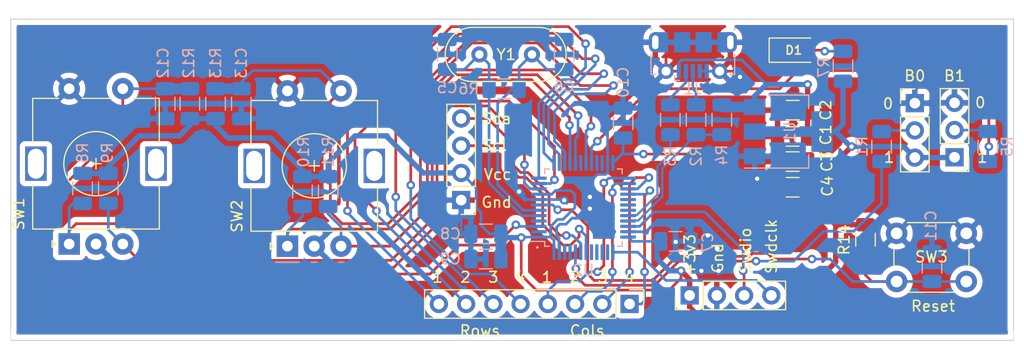
<source format=kicad_pcb>
(kicad_pcb (version 20171130) (host pcbnew 5.1.5+dfsg1-2build2)
  (layers (0 F.Cu signal) (31 B.Cu signal) (34 B.Paste user) (35 F.Paste user) (36 B.SilkS user) (37 F.SilkS user) (38 B.Mask user) (39 F.Mask user) (44 Edge.Cuts user))
  (net 0 "")
  (net 1 GND)
  (net 2 +5V)
  (net 3 +3V3)
  (net 4 OSCIN)
  (net 5 OSCOUT)
  (net 6 RESET)
  (net 7 ENC1_SW)
  (net 8 ENC2_SW)
  (net 9 "Net-(D1-Pad2)")
  (net 10 "Net-(J1-Pad2)")
  (net 11 "Net-(J1-Pad3)")
  (net 12 "Net-(J2-Pad2)")
  (net 13 "Net-(J3-Pad2)")
  (net 14 SWDCLK)
  (net 15 SWDIO)
  (net 16 KP_C4)
  (net 17 KP_C3)
  (net 18 KP_C2)
  (net 19 KP_C1)
  (net 20 KP_R4)
  (net 21 KP_R3)
  (net 22 KP_R2)
  (net 23 KP_R1)
  (net 24 OLED_SCL)
  (net 25 OLED_SDA)
  (net 26 BOOT0)
  (net 27 USBD+)
  (net 28 USBD-)
  (net 29 BOOT1)
  (net 30 ENC1A)
  (net 31 ENC1B)
  (net 32 ENC2A)
  (net 33 ENC2B)
  (net 34 "Net-(U2-Pad2)")
  (net 35 "Net-(U2-Pad4)")
  (net 36 "Net-(U2-Pad18)")
  (net 37 "Net-(U2-Pad21)")
  (net 38 "Net-(U2-Pad22)")
  (net 39 "Net-(U2-Pad29)")
  (net 40 "Net-(U2-Pad30)")
  (net 41 "Net-(U2-Pad31)")
  (net 42 "Net-(U2-Pad38)")
  (net 43 "Net-(U2-Pad39)")
  (net 44 "Net-(U2-Pad40)")
  (net 45 "Net-(U2-Pad41)")
  (net 46 "Net-(U2-Pad45)")
  (net 47 "Net-(U2-Pad46)")
  (module Capacitor_SMD:C_1206_3216Metric (layer F.Cu) (at 146.4 34.45 180)
    (fp_text reference C1 (at -3.1 0.15 90) (layer F.SilkS))
    (fp_text value C hide)
    (pad 2 smd roundrect (at 1.4 0 180) (size 1.25 1.75) (layers F.Cu F.Paste F.Mask) (roundrect_rratio 0.2) (net 1 GND))
    (pad 1 smd roundrect (at -1.4 0 180) (size 1.25 1.75) (layers F.Cu F.Paste F.Mask) (roundrect_rratio 0.2) (net 2 +5V))
  )
  (module Capacitor_SMD:C_1206_3216Metric (layer F.Cu) (at 146.4 32 180)
    (fp_text reference C2 (at -3.1 0 90) (layer F.SilkS))
    (fp_text value C hide)
    (pad 1 smd roundrect (at -1.4 0 180) (size 1.25 1.75) (layers F.Cu F.Paste F.Mask) (roundrect_rratio 0.2) (net 2 +5V))
    (pad 2 smd roundrect (at 1.4 0 180) (size 1.25 1.75) (layers F.Cu F.Paste F.Mask) (roundrect_rratio 0.2) (net 1 GND))
  )
  (module Capacitor_SMD:C_1206_3216Metric (layer F.Cu) (at 146.4 36.8 180)
    (fp_text reference C3 (at -3.2 0 90) (layer F.SilkS))
    (fp_text value C hide)
    (pad 2 smd roundrect (at 1.4 0 180) (size 1.25 1.75) (layers F.Cu F.Paste F.Mask) (roundrect_rratio 0.2) (net 1 GND))
    (pad 1 smd roundrect (at -1.4 0 180) (size 1.25 1.75) (layers F.Cu F.Paste F.Mask) (roundrect_rratio 0.2) (net 3 +3V3))
  )
  (module Capacitor_SMD:C_1206_3216Metric (layer F.Cu) (at 146.4 39.2 180)
    (fp_text reference C4 (at -3.25 0.1 90) (layer F.SilkS))
    (fp_text value C hide)
    (pad 1 smd roundrect (at -1.4 0 180) (size 1.25 1.75) (layers F.Cu F.Paste F.Mask) (roundrect_rratio 0.2) (net 3 +3V3))
    (pad 2 smd roundrect (at 1.4 0 180) (size 1.25 1.75) (layers F.Cu F.Paste F.Mask) (roundrect_rratio 0.2) (net 1 GND))
  )
  (module Capacitor_SMD:C_1206_3216Metric (layer B.Cu) (at 114.2 26.8 90)
    (fp_text reference C5 (at -3.1 0) (layer B.SilkS) (effects (justify mirror)))
    (fp_text value C hide)
    (pad 2 smd roundrect (at 1.4 0 90) (size 1.25 1.75) (layers B.Cu B.Paste B.Mask) (roundrect_rratio 0.2) (net 1 GND))
    (pad 1 smd roundrect (at -1.4 0 90) (size 1.25 1.75) (layers B.Cu B.Paste B.Mask) (roundrect_rratio 0.2) (net 4 OSCIN))
  )
  (module Capacitor_SMD:C_1206_3216Metric (layer B.Cu) (at 125.1 26.8 90)
    (fp_text reference C6 (at -3 0) (layer B.SilkS) (effects (justify mirror)))
    (fp_text value C hide)
    (pad 1 smd roundrect (at -1.4 0 90) (size 1.25 1.75) (layers B.Cu B.Paste B.Mask) (roundrect_rratio 0.2) (net 5 OSCOUT))
    (pad 2 smd roundrect (at 1.4 0 90) (size 1.25 1.75) (layers B.Cu B.Paste B.Mask) (roundrect_rratio 0.2) (net 1 GND))
  )
  (module Capacitor_SMD:C_1206_3216Metric (layer B.Cu) (at 135.5 44.25)
    (fp_text reference C7 (at 3 0.1 270) (layer B.SilkS) (effects (justify mirror)))
    (fp_text value C hide)
    (pad 1 smd roundrect (at -1.4 0) (size 1.25 1.75) (layers B.Cu B.Paste B.Mask) (roundrect_rratio 0.2) (net 3 +3V3))
    (pad 2 smd roundrect (at 1.4 0) (size 1.25 1.75) (layers B.Cu B.Paste B.Mask) (roundrect_rratio 0.2) (net 1 GND))
  )
  (module Capacitor_SMD:C_1206_3216Metric (layer B.Cu) (at 117.8 43.55 180)
    (fp_text reference C8 (at 3.3 0 180) (layer B.SilkS) (effects (justify mirror)))
    (fp_text value C hide)
    (pad 2 smd roundrect (at 1.4 0 180) (size 1.25 1.75) (layers B.Cu B.Paste B.Mask) (roundrect_rratio 0.2) (net 1 GND))
    (pad 1 smd roundrect (at -1.4 0 180) (size 1.25 1.75) (layers B.Cu B.Paste B.Mask) (roundrect_rratio 0.2) (net 3 +3V3))
  )
  (module Capacitor_SMD:C_1206_3216Metric (layer B.Cu) (at 117.8 45.9 180)
    (fp_text reference C9 (at 3.3 0) (layer B.SilkS) (effects (justify mirror)))
    (fp_text value C hide)
    (pad 1 smd roundrect (at -1.4 0 180) (size 1.25 1.75) (layers B.Cu B.Paste B.Mask) (roundrect_rratio 0.2) (net 3 +3V3))
    (pad 2 smd roundrect (at 1.4 0 180) (size 1.25 1.75) (layers B.Cu B.Paste B.Mask) (roundrect_rratio 0.2) (net 1 GND))
  )
  (module Capacitor_SMD:C_1206_3216Metric (layer B.Cu) (at 130.6 33.2 90)
    (fp_text reference C10 (at 3.8 0 90) (layer B.SilkS) (effects (justify mirror)))
    (fp_text value C hide)
    (pad 2 smd roundrect (at 1.4 0 90) (size 1.25 1.75) (layers B.Cu B.Paste B.Mask) (roundrect_rratio 0.2) (net 1 GND))
    (pad 1 smd roundrect (at -1.4 0 90) (size 1.25 1.75) (layers B.Cu B.Paste B.Mask) (roundrect_rratio 0.2) (net 3 +3V3))
  )
  (module Capacitor_SMD:C_1206_3216Metric (layer B.Cu) (at 159.4 46.6 90)
    (fp_text reference C11 (at 3.8 -0.1 90) (layer B.SilkS) (effects (justify mirror)))
    (fp_text value C hide)
    (pad 1 smd roundrect (at -1.4 0 90) (size 1.25 1.75) (layers B.Cu B.Paste B.Mask) (roundrect_rratio 0.2) (net 6 RESET))
    (pad 2 smd roundrect (at 1.4 0 90) (size 1.25 1.75) (layers B.Cu B.Paste B.Mask) (roundrect_rratio 0.2) (net 1 GND))
  )
  (module Capacitor_SMD:C_1206_3216Metric (layer B.Cu) (at 87.9 31.4 270)
    (fp_text reference C12 (at -3.8 0.2 90) (layer B.SilkS) (effects (justify mirror)))
    (fp_text value C hide)
    (pad 2 smd roundrect (at 1.4 0 270) (size 1.25 1.75) (layers B.Cu B.Paste B.Mask) (roundrect_rratio 0.2) (net 1 GND))
    (pad 1 smd roundrect (at -1.4 0 270) (size 1.25 1.75) (layers B.Cu B.Paste B.Mask) (roundrect_rratio 0.2) (net 7 ENC1_SW))
  )
  (module Capacitor_SMD:C_1206_3216Metric (layer B.Cu) (at 95 31.4 270)
    (fp_text reference C13 (at -3.8 0 270) (layer B.SilkS) (effects (justify mirror)))
    (fp_text value C hide)
    (pad 2 smd roundrect (at 1.4 0 270) (size 1.25 1.75) (layers B.Cu B.Paste B.Mask) (roundrect_rratio 0.2) (net 1 GND))
    (pad 1 smd roundrect (at -1.4 0 270) (size 1.25 1.75) (layers B.Cu B.Paste B.Mask) (roundrect_rratio 0.2) (net 8 ENC2_SW))
  )
  (module LED_SMD:LED_1206_3216Metric (layer F.Cu) (at 146.5 26.4)
    (fp_text reference D1 (at 0 0) (layer F.SilkS) (effects (font (size 0.8 0.8))))
    (fp_text value LED hide)
    (pad 1 smd roundrect (at -1.4 0) (size 1.25 1.75) (layers F.Cu F.Paste F.Mask) (roundrect_rratio 0.2) (net 1 GND))
    (pad 2 smd roundrect (at 1.4 0) (size 1.25 1.75) (layers F.Cu F.Paste F.Mask) (roundrect_rratio 0.2) (net 9 "Net-(D1-Pad2)"))
  )
  (module Connector_USB:USB_Micro-B_Molex-105017-0001 (layer B.Cu) (at 137.1 26.9)
    (fp_text reference J1 (at 0 3.1125) (layer B.SilkS) (effects (justify mirror)))
    (fp_text value USB_B_Micro)
    (pad 6 smd rect (at 1 -1.2375) (size 1.5 1.9) (layers B.Cu B.Paste B.Mask) (net 1 GND))
    (pad 6 thru_hole circle (at -2.5 1.4625) (size 1.45 1.45) (drill 0.85) (layers *.Cu *.Mask) (net 1 GND))
    (pad 2 smd rect (at -0.65 1.4625) (size 0.4 1.35) (layers B.Cu B.Paste B.Mask) (net 10 "Net-(J1-Pad2)"))
    (pad 1 smd rect (at -1.3 1.4625) (size 0.4 1.35) (layers B.Cu B.Paste B.Mask) (net 2 +5V))
    (pad 5 smd rect (at 1.3 1.4625) (size 0.4 1.35) (layers B.Cu B.Paste B.Mask) (net 1 GND))
    (pad 4 smd rect (at 0.65 1.4625) (size 0.4 1.35) (layers B.Cu B.Paste B.Mask) (net 1 GND))
    (pad 3 smd rect (at 0 1.4625) (size 0.4 1.35) (layers B.Cu B.Paste B.Mask) (net 11 "Net-(J1-Pad3)"))
    (pad 6 thru_hole circle (at 2.5 1.4625) (size 1.45 1.45) (drill 0.85) (layers *.Cu *.Mask) (net 1 GND))
    (pad 6 smd rect (at -1 -1.2375) (size 1.5 1.9) (layers B.Cu B.Paste B.Mask) (net 1 GND))
    (pad 6 thru_hole oval (at -3.5 -1.2375 180) (size 1.2 1.9) (drill oval 0.6 1.3) (layers *.Cu *.Mask) (net 1 GND))
    (pad 6 thru_hole oval (at 3.5 -1.2375) (size 1.2 1.9) (drill oval 0.6 1.3) (layers *.Cu *.Mask) (net 1 GND))
    (pad 6 smd rect (at 2.9 -1.2375) (size 1.2 1.9) (layers B.Cu B.Mask) (net 1 GND))
    (pad 6 smd rect (at -2.9 -1.2375) (size 1.2 1.9) (layers B.Cu B.Mask) (net 1 GND))
  )
  (module Connector_PinHeader_2.54mm:PinHeader_1x03_P2.54mm_Vertical (layer F.Cu) (at 157.8 31.35)
    (fp_text reference J2 hide)
    (fp_text value BOOT0_H hide)
    (fp_text user 1 (at -2.4 5.05) (layer F.SilkS))
    (fp_text user 0 (at -2.5 0.05) (layer F.SilkS))
    (fp_text user B0 (at 0 -2.55) (layer F.SilkS))
    (pad 1 thru_hole rect (at 0 0) (size 1.7 1.7) (drill 1) (layers *.Cu *.Mask) (net 1 GND))
    (pad 2 thru_hole oval (at 0 2.54) (size 1.7 1.7) (drill 1) (layers *.Cu *.Mask) (net 12 "Net-(J2-Pad2)"))
    (pad 3 thru_hole oval (at 0 5.08) (size 1.7 1.7) (drill 1) (layers *.Cu *.Mask) (net 3 +3V3))
  )
  (module Connector_PinHeader_2.54mm:PinHeader_1x03_P2.54mm_Vertical (layer F.Cu) (at 161.5 36.4 180)
    (fp_text reference J3 hide)
    (fp_text value BOOT1_H hide)
    (fp_text user 1 (at -2.6 0 180) (layer F.SilkS))
    (fp_text user 0 (at -2.4 5.1 180) (layer F.SilkS))
    (fp_text user B1 (at 0 7.6 180) (layer F.SilkS))
    (pad 3 thru_hole oval (at 0 5.08 180) (size 1.7 1.7) (drill 1) (layers *.Cu *.Mask) (net 1 GND))
    (pad 2 thru_hole oval (at 0 2.54 180) (size 1.7 1.7) (drill 1) (layers *.Cu *.Mask) (net 13 "Net-(J3-Pad2)"))
    (pad 1 thru_hole rect (at 0 0 180) (size 1.7 1.7) (drill 1) (layers *.Cu *.Mask) (net 3 +3V3))
  )
  (module Connector_PinHeader_2.54mm:PinHeader_1x04_P2.54mm_Vertical (layer F.Cu) (at 136.8 49.3 90)
    (fp_text reference J4 hide)
    (fp_text value Conn_01x04_Male hide)
    (fp_text user +3v3 (at 3.774999 0.024999 90) (layer F.SilkS))
    (fp_text user Gnd (at 3.474999 2.624999 90) (layer F.SilkS))
    (fp_text user Swdio (at 4.174999 5.224999 90) (layer F.SilkS))
    (fp_text user Swdclk (at 4.574999 7.624999 90) (layer F.SilkS))
    (pad 4 thru_hole oval (at 0 7.62 90) (size 1.7 1.7) (drill 1) (layers *.Cu *.Mask) (net 14 SWDCLK))
    (pad 3 thru_hole oval (at 0 5.08 90) (size 1.7 1.7) (drill 1) (layers *.Cu *.Mask) (net 15 SWDIO))
    (pad 2 thru_hole oval (at 0 2.54 90) (size 1.7 1.7) (drill 1) (layers *.Cu *.Mask) (net 1 GND))
    (pad 1 thru_hole rect (at 0 0 90) (size 1.7 1.7) (drill 1) (layers *.Cu *.Mask) (net 3 +3V3))
  )
  (module Connector_PinHeader_2.54mm:PinHeader_1x08_P2.54mm_Vertical (layer F.Cu) (at 131.2 50.1 270)
    (fp_text reference J5 hide)
    (fp_text value Conn_01x08_Male hide)
    (fp_text user Rows (at 2.5 13.95 180) (layer F.SilkS))
    (fp_text user Cols (at 2.5 3.95 180) (layer F.SilkS))
    (fp_text user 1 (at -2.5 7.7 180) (layer F.SilkS))
    (fp_text user 2 (at -2.5 5.1 180) (layer F.SilkS))
    (fp_text user 3 (at -2.5 2.5 180) (layer F.SilkS))
    (fp_text user 4 (at -2.5 0 180) (layer F.SilkS))
    (fp_text user 1 (at -2.5 17.9 180) (layer F.SilkS))
    (fp_text user 2 (at -2.5 15.3 180) (layer F.SilkS))
    (fp_text user 3 (at -2.5 12.7 180) (layer F.SilkS))
    (fp_text user 4 (at -2.5 10.2 180) (layer F.SilkS))
    (pad 1 thru_hole rect (at 0 0 270) (size 1.7 1.7) (drill 1) (layers *.Cu *.Mask) (net 16 KP_C4))
    (pad 2 thru_hole oval (at 0 2.54 270) (size 1.7 1.7) (drill 1) (layers *.Cu *.Mask) (net 17 KP_C3))
    (pad 3 thru_hole oval (at 0 5.08 270) (size 1.7 1.7) (drill 1) (layers *.Cu *.Mask) (net 18 KP_C2))
    (pad 4 thru_hole oval (at 0 7.62 270) (size 1.7 1.7) (drill 1) (layers *.Cu *.Mask) (net 19 KP_C1))
    (pad 5 thru_hole oval (at 0 10.16 270) (size 1.7 1.7) (drill 1) (layers *.Cu *.Mask) (net 20 KP_R4))
    (pad 6 thru_hole oval (at 0 12.7 270) (size 1.7 1.7) (drill 1) (layers *.Cu *.Mask) (net 21 KP_R3))
    (pad 7 thru_hole oval (at 0 15.24 270) (size 1.7 1.7) (drill 1) (layers *.Cu *.Mask) (net 22 KP_R2))
    (pad 8 thru_hole oval (at 0 17.78 270) (size 1.7 1.7) (drill 1) (layers *.Cu *.Mask) (net 23 KP_R1))
  )
  (module Connector_PinHeader_2.54mm:PinHeader_1x04_P2.54mm_Vertical (layer F.Cu) (at 115.5 40.4 180)
    (fp_text reference J6 hide)
    (fp_text value Conn_01x04_Male hide)
    (fp_text user Gnd (at -3.3 -0.2 180) (layer F.SilkS))
    (fp_text user Vcc (at -3.4 2.4 180) (layer F.SilkS))
    (fp_text user Scl (at -3.1 5.1 180) (layer F.SilkS))
    (fp_text user Sda (at -3.3 7.6 180) (layer F.SilkS))
    (pad 1 thru_hole rect (at 0 0 180) (size 1.7 1.7) (drill 1) (layers *.Cu *.Mask) (net 1 GND))
    (pad 2 thru_hole oval (at 0 2.54 180) (size 1.7 1.7) (drill 1) (layers *.Cu *.Mask) (net 3 +3V3))
    (pad 3 thru_hole oval (at 0 5.08 180) (size 1.7 1.7) (drill 1) (layers *.Cu *.Mask) (net 24 OLED_SCL))
    (pad 4 thru_hole oval (at 0 7.62 180) (size 1.7 1.7) (drill 1) (layers *.Cu *.Mask) (net 25 OLED_SDA))
  )
  (module Resistor_SMD:R_1206_3216Metric (layer B.Cu) (at 154.7 35.4 270)
    (fp_text reference R1 (at 0 1.82 90) (layer B.SilkS) (effects (justify mirror)))
    (fp_text value R hide)
    (pad 1 smd roundrect (at -1.4 0 270) (size 1.25 1.75) (layers B.Cu B.Paste B.Mask) (roundrect_rratio 0.2) (net 12 "Net-(J2-Pad2)"))
    (pad 2 smd roundrect (at 1.4 0 270) (size 1.25 1.75) (layers B.Cu B.Paste B.Mask) (roundrect_rratio 0.2) (net 26 BOOT0))
  )
  (module Resistor_SMD:R_1206_3216Metric (layer B.Cu) (at 137.4 32.9 90)
    (fp_text reference R2 (at -3.4 0 270) (layer B.SilkS) (effects (justify mirror)))
    (fp_text value R hide)
    (pad 1 smd roundrect (at -1.4 0 90) (size 1.25 1.75) (layers B.Cu B.Paste B.Mask) (roundrect_rratio 0.2) (net 27 USBD+))
    (pad 2 smd roundrect (at 1.4 0 90) (size 1.25 1.75) (layers B.Cu B.Paste B.Mask) (roundrect_rratio 0.2) (net 11 "Net-(J1-Pad3)"))
  )
  (module Resistor_SMD:R_1206_3216Metric (layer B.Cu) (at 135 32.9 90)
    (fp_text reference R3 (at -3.4 0 270) (layer B.SilkS) (effects (justify mirror)))
    (fp_text value R hide)
    (pad 2 smd roundrect (at 1.4 0 90) (size 1.25 1.75) (layers B.Cu B.Paste B.Mask) (roundrect_rratio 0.2) (net 10 "Net-(J1-Pad2)"))
    (pad 1 smd roundrect (at -1.4 0 90) (size 1.25 1.75) (layers B.Cu B.Paste B.Mask) (roundrect_rratio 0.2) (net 28 USBD-))
  )
  (module Resistor_SMD:R_1206_3216Metric (layer B.Cu) (at 139.8 32.9 270)
    (fp_text reference R4 (at 3.3 0 270) (layer B.SilkS) (effects (justify mirror)))
    (fp_text value R hide)
    (pad 1 smd roundrect (at -1.4 0 270) (size 1.25 1.75) (layers B.Cu B.Paste B.Mask) (roundrect_rratio 0.2) (net 2 +5V))
    (pad 2 smd roundrect (at 1.4 0 270) (size 1.25 1.75) (layers B.Cu B.Paste B.Mask) (roundrect_rratio 0.2) (net 27 USBD+))
  )
  (module Resistor_SMD:R_1206_3216Metric (layer B.Cu) (at 164.6 35.4 90)
    (fp_text reference R5 (at 0 1.82 90) (layer B.SilkS) (effects (justify mirror)))
    (fp_text value R hide)
    (pad 2 smd roundrect (at 1.4 0 90) (size 1.25 1.75) (layers B.Cu B.Paste B.Mask) (roundrect_rratio 0.2) (net 13 "Net-(J3-Pad2)"))
    (pad 1 smd roundrect (at -1.4 0 90) (size 1.25 1.75) (layers B.Cu B.Paste B.Mask) (roundrect_rratio 0.2) (net 29 BOOT1))
  )
  (module Capacitor_SMD:C_1206_3216Metric (layer B.Cu) (at 119.5 30 180)
    (fp_text reference R6 (at 3.3 0 180) (layer B.SilkS) (effects (justify mirror)))
    (fp_text value R hide)
    (pad 1 smd roundrect (at -1.4 0 180) (size 1.25 1.75) (layers B.Cu B.Paste B.Mask) (roundrect_rratio 0.2) (net 5 OSCOUT))
    (pad 2 smd roundrect (at 1.4 0 180) (size 1.25 1.75) (layers B.Cu B.Paste B.Mask) (roundrect_rratio 0.2) (net 4 OSCIN))
  )
  (module Resistor_SMD:R_1206_3216Metric (layer B.Cu) (at 151.1 27.9 90)
    (fp_text reference R7 (at -0.1 -1.8 270) (layer B.SilkS) (effects (justify mirror)))
    (fp_text value R hide)
    (pad 1 smd roundrect (at -1.4 0 90) (size 1.25 1.75) (layers B.Cu B.Paste B.Mask) (roundrect_rratio 0.2) (net 3 +3V3))
    (pad 2 smd roundrect (at 1.4 0 90) (size 1.25 1.75) (layers B.Cu B.Paste B.Mask) (roundrect_rratio 0.2) (net 9 "Net-(D1-Pad2)"))
  )
  (module Resistor_SMD:R_1206_3216Metric (layer B.Cu) (at 80.2 39.3 90)
    (fp_text reference R8 (at 3.3 0 90) (layer B.SilkS) (effects (justify mirror)))
    (fp_text value R hide)
    (pad 2 smd roundrect (at 1.4 0 90) (size 1.25 1.75) (layers B.Cu B.Paste B.Mask) (roundrect_rratio 0.2) (net 3 +3V3))
    (pad 1 smd roundrect (at -1.4 0 90) (size 1.25 1.75) (layers B.Cu B.Paste B.Mask) (roundrect_rratio 0.2) (net 30 ENC1A))
  )
  (module Resistor_SMD:R_1206_3216Metric (layer B.Cu) (at 82.6 39.3 90)
    (fp_text reference R9 (at 3.3 -0.1 90) (layer B.SilkS) (effects (justify mirror)))
    (fp_text value R hide)
    (pad 1 smd roundrect (at -1.4 0 90) (size 1.25 1.75) (layers B.Cu B.Paste B.Mask) (roundrect_rratio 0.2) (net 31 ENC1B))
    (pad 2 smd roundrect (at 1.4 0 90) (size 1.25 1.75) (layers B.Cu B.Paste B.Mask) (roundrect_rratio 0.2) (net 3 +3V3))
  )
  (module Resistor_SMD:R_1206_3216Metric (layer B.Cu) (at 100.7 39.6 90)
    (fp_text reference R10 (at 3.7 0.1 90) (layer B.SilkS) (effects (justify mirror)))
    (fp_text value R hide)
    (pad 2 smd roundrect (at 1.4 0 90) (size 1.25 1.75) (layers B.Cu B.Paste B.Mask) (roundrect_rratio 0.2) (net 3 +3V3))
    (pad 1 smd roundrect (at -1.4 0 90) (size 1.25 1.75) (layers B.Cu B.Paste B.Mask) (roundrect_rratio 0.2) (net 32 ENC2A))
  )
  (module Resistor_SMD:R_1206_3216Metric (layer B.Cu) (at 103.1 39.6 90)
    (fp_text reference R11 (at 3.7 0 90) (layer B.SilkS) (effects (justify mirror)))
    (fp_text value R hide)
    (pad 1 smd roundrect (at -1.4 0 90) (size 1.25 1.75) (layers B.Cu B.Paste B.Mask) (roundrect_rratio 0.2) (net 33 ENC2B))
    (pad 2 smd roundrect (at 1.4 0 90) (size 1.25 1.75) (layers B.Cu B.Paste B.Mask) (roundrect_rratio 0.2) (net 3 +3V3))
  )
  (module Resistor_SMD:R_1206_3216Metric (layer B.Cu) (at 90.2 31.4 270)
    (fp_text reference R12 (at -3.8 0.1 270) (layer B.SilkS) (effects (justify mirror)))
    (fp_text value R hide)
    (pad 1 smd roundrect (at -1.4 0 270) (size 1.25 1.75) (layers B.Cu B.Paste B.Mask) (roundrect_rratio 0.2) (net 7 ENC1_SW))
    (pad 2 smd roundrect (at 1.4 0 270) (size 1.25 1.75) (layers B.Cu B.Paste B.Mask) (roundrect_rratio 0.2) (net 3 +3V3))
  )
  (module Resistor_SMD:R_1206_3216Metric (layer B.Cu) (at 92.6 31.4 270)
    (fp_text reference R13 (at -3.8 0 270) (layer B.SilkS) (effects (justify mirror)))
    (fp_text value R hide)
    (pad 2 smd roundrect (at 1.4 0 270) (size 1.25 1.75) (layers B.Cu B.Paste B.Mask) (roundrect_rratio 0.2) (net 3 +3V3))
    (pad 1 smd roundrect (at -1.4 0 270) (size 1.25 1.75) (layers B.Cu B.Paste B.Mask) (roundrect_rratio 0.2) (net 8 ENC2_SW))
  )
  (module Resistor_SMD:R_1206_3216Metric (layer F.Cu) (at 153.2 44.1 270)
    (fp_text reference R14 (at 0 2 270) (layer F.SilkS))
    (fp_text value R hide)
    (pad 2 smd roundrect (at 1.4 0 270) (size 1.25 1.75) (layers F.Cu F.Paste F.Mask) (roundrect_rratio 0.2) (net 6 RESET))
    (pad 1 smd roundrect (at -1.4 0 270) (size 1.25 1.75) (layers F.Cu F.Paste F.Mask) (roundrect_rratio 0.2) (net 3 +3V3))
  )
  (module Rotary_Encoder:RotaryEncoder_Alps_EC11E-Switch_Vertical_H20mm (layer F.Cu) (at 78.95 44.5 90)
    (fp_text reference SW1 (at 2.8 -4.7 90) (layer F.SilkS))
    (fp_text value Encoder)
    (pad A thru_hole rect (at 0 0 90) (size 2 2) (drill 1) (layers *.Cu *.Mask) (net 30 ENC1A))
    (pad C thru_hole circle (at 0 2.5 90) (size 2 2) (drill 1) (layers *.Cu *.Mask) (net 1 GND))
    (pad B thru_hole circle (at 0 5 90) (size 2 2) (drill 1) (layers *.Cu *.Mask) (net 31 ENC1B))
    (pad MP thru_hole rect (at 7.5 -3.1 90) (size 3.2 2) (drill oval 2.8 1.5) (layers *.Cu *.Mask))
    (pad MP thru_hole rect (at 7.5 8.1 90) (size 3.2 2) (drill oval 2.8 1.5) (layers *.Cu *.Mask))
    (pad S2 thru_hole circle (at 14.5 0 90) (size 2 2) (drill 1) (layers *.Cu *.Mask) (net 1 GND))
    (pad S1 thru_hole circle (at 14.5 5 90) (size 2 2) (drill 1) (layers *.Cu *.Mask) (net 7 ENC1_SW))
  )
  (module Rotary_Encoder:RotaryEncoder_Alps_EC11E-Switch_Vertical_H20mm (layer F.Cu) (at 99.3 44.7 90)
    (fp_text reference SW2 (at 2.8 -4.7 90) (layer F.SilkS))
    (fp_text value Encoder)
    (pad S1 thru_hole circle (at 14.5 5 90) (size 2 2) (drill 1) (layers *.Cu *.Mask) (net 8 ENC2_SW))
    (pad S2 thru_hole circle (at 14.5 0 90) (size 2 2) (drill 1) (layers *.Cu *.Mask) (net 1 GND))
    (pad MP thru_hole rect (at 7.5 8.1 90) (size 3.2 2) (drill oval 2.8 1.5) (layers *.Cu *.Mask))
    (pad MP thru_hole rect (at 7.5 -3.1 90) (size 3.2 2) (drill oval 2.8 1.5) (layers *.Cu *.Mask))
    (pad B thru_hole circle (at 0 5 90) (size 2 2) (drill 1) (layers *.Cu *.Mask) (net 33 ENC2B))
    (pad C thru_hole circle (at 0 2.5 90) (size 2 2) (drill 1) (layers *.Cu *.Mask) (net 1 GND))
    (pad A thru_hole rect (at 0 0 90) (size 2 2) (drill 1) (layers *.Cu *.Mask) (net 32 ENC2A))
  )
  (module Button_Switch_THT:SW_PUSH_6mm (layer F.Cu) (at 156.1 43.5)
    (fp_text reference SW3 (at 3.25 2.2) (layer F.SilkS))
    (fp_text value SW_DPST hide)
    (fp_text user Reset (at 3.4 6.8) (layer F.SilkS))
    (pad 2 thru_hole circle (at 0 4.5 90) (size 2 2) (drill 1.1) (layers *.Cu *.Mask) (net 6 RESET))
    (pad 1 thru_hole circle (at 0 0 90) (size 2 2) (drill 1.1) (layers *.Cu *.Mask) (net 1 GND))
    (pad 2 thru_hole circle (at 6.5 4.5 90) (size 2 2) (drill 1.1) (layers *.Cu *.Mask) (net 6 RESET))
    (pad 1 thru_hole circle (at 6.5 0 90) (size 2 2) (drill 1.1) (layers *.Cu *.Mask) (net 1 GND))
  )
  (module Package_TO_SOT_SMD:SOT-223-3_TabPin2 (layer B.Cu) (at 146 34)
    (fp_text reference U1 (at 0.15 0.05 270) (layer B.SilkS) (effects (justify mirror)))
    (fp_text value AMS1117-3.3)
    (pad 2 smd rect (at 3.15 0) (size 2 3.8) (layers B.Cu B.Paste B.Mask) (net 3 +3V3))
    (pad 2 smd rect (at -3.15 0) (size 2 1.5) (layers B.Cu B.Paste B.Mask) (net 3 +3V3))
    (pad 3 smd rect (at -3.15 -2.3) (size 2 1.5) (layers B.Cu B.Paste B.Mask) (net 2 +5V))
    (pad 1 smd rect (at -3.15 2.3) (size 2 1.5) (layers B.Cu B.Paste B.Mask) (net 1 GND))
  )
  (module Package_QFP:LQFP-48_7x7mm_P0.5mm (layer B.Cu) (at 126.9 41.1)
    (fp_text reference U2 (at 0 5.85) (layer B.SilkS) (effects (justify mirror)))
    (fp_text value STM32F100C8Tx)
    (fp_text user . (at -4.3 3.3) (layer B.SilkS) (effects (justify mirror)))
    (pad 1 smd roundrect (at -4.1625 2.75) (size 1.475 0.3) (layers B.Cu B.Paste B.Mask) (net 3 +3V3))
    (pad 2 smd roundrect (at -4.1625 2.25) (size 1.475 0.3) (layers B.Cu B.Paste B.Mask) (net 34 "Net-(U2-Pad2)"))
    (pad 3 smd roundrect (at -4.1625 1.75) (size 1.475 0.3) (layers B.Cu B.Paste B.Mask) (net 7 ENC1_SW))
    (pad 4 smd roundrect (at -4.1625 1.25) (size 1.475 0.3) (layers B.Cu B.Paste B.Mask) (net 35 "Net-(U2-Pad4)"))
    (pad 5 smd roundrect (at -4.1625 0.75) (size 1.475 0.3) (layers B.Cu B.Paste B.Mask) (net 4 OSCIN))
    (pad 6 smd roundrect (at -4.1625 0.25) (size 1.475 0.3) (layers B.Cu B.Paste B.Mask) (net 5 OSCOUT))
    (pad 7 smd roundrect (at -4.1625 -0.25) (size 1.475 0.3) (layers B.Cu B.Paste B.Mask) (net 6 RESET))
    (pad 8 smd roundrect (at -4.1625 -0.75) (size 1.475 0.3) (layers B.Cu B.Paste B.Mask) (net 1 GND))
    (pad 9 smd roundrect (at -4.1625 -1.25) (size 1.475 0.3) (layers B.Cu B.Paste B.Mask) (net 3 +3V3))
    (pad 10 smd roundrect (at -4.1625 -1.75) (size 1.475 0.3) (layers B.Cu B.Paste B.Mask) (net 31 ENC1B))
    (pad 11 smd roundrect (at -4.1625 -2.25) (size 1.475 0.3) (layers B.Cu B.Paste B.Mask) (net 30 ENC1A))
    (pad 12 smd roundrect (at -4.1625 -2.75) (size 1.475 0.3) (layers B.Cu B.Paste B.Mask) (net 23 KP_R1))
    (pad 13 smd roundrect (at -2.75 -4.1625) (size 0.3 1.475) (layers B.Cu B.Paste B.Mask) (net 22 KP_R2))
    (pad 14 smd roundrect (at -2.25 -4.1625) (size 0.3 1.475) (layers B.Cu B.Paste B.Mask) (net 21 KP_R3))
    (pad 15 smd roundrect (at -1.75 -4.1625) (size 0.3 1.475) (layers B.Cu B.Paste B.Mask) (net 20 KP_R4))
    (pad 16 smd roundrect (at -1.25 -4.1625) (size 0.3 1.475) (layers B.Cu B.Paste B.Mask) (net 33 ENC2B))
    (pad 17 smd roundrect (at -0.75 -4.1625) (size 0.3 1.475) (layers B.Cu B.Paste B.Mask) (net 32 ENC2A))
    (pad 18 smd roundrect (at -0.25 -4.1625) (size 0.3 1.475) (layers B.Cu B.Paste B.Mask) (net 36 "Net-(U2-Pad18)"))
    (pad 19 smd roundrect (at 0.25 -4.1625) (size 0.3 1.475) (layers B.Cu B.Paste B.Mask) (net 8 ENC2_SW))
    (pad 20 smd roundrect (at 0.75 -4.1625) (size 0.3 1.475) (layers B.Cu B.Paste B.Mask) (net 29 BOOT1))
    (pad 21 smd roundrect (at 1.25 -4.1625) (size 0.3 1.475) (layers B.Cu B.Paste B.Mask) (net 37 "Net-(U2-Pad21)"))
    (pad 22 smd roundrect (at 1.75 -4.1625) (size 0.3 1.475) (layers B.Cu B.Paste B.Mask) (net 38 "Net-(U2-Pad22)"))
    (pad 23 smd roundrect (at 2.25 -4.1625) (size 0.3 1.475) (layers B.Cu B.Paste B.Mask) (net 1 GND))
    (pad 24 smd roundrect (at 2.75 -4.1625) (size 0.3 1.475) (layers B.Cu B.Paste B.Mask) (net 3 +3V3))
    (pad 25 smd roundrect (at 4.1625 -2.75) (size 1.475 0.3) (layers B.Cu B.Paste B.Mask) (net 19 KP_C1))
    (pad 26 smd roundrect (at 4.1625 -2.25) (size 1.475 0.3) (layers B.Cu B.Paste B.Mask) (net 18 KP_C2))
    (pad 27 smd roundrect (at 4.1625 -1.75) (size 1.475 0.3) (layers B.Cu B.Paste B.Mask) (net 17 KP_C3))
    (pad 28 smd roundrect (at 4.1625 -1.25) (size 1.475 0.3) (layers B.Cu B.Paste B.Mask) (net 16 KP_C4))
    (pad 29 smd roundrect (at 4.1625 -0.75) (size 1.475 0.3) (layers B.Cu B.Paste B.Mask) (net 39 "Net-(U2-Pad29)"))
    (pad 30 smd roundrect (at 4.1625 -0.25) (size 1.475 0.3) (layers B.Cu B.Paste B.Mask) (net 40 "Net-(U2-Pad30)"))
    (pad 31 smd roundrect (at 4.1625 0.25) (size 1.475 0.3) (layers B.Cu B.Paste B.Mask) (net 41 "Net-(U2-Pad31)"))
    (pad 32 smd roundrect (at 4.1625 0.75) (size 1.475 0.3) (layers B.Cu B.Paste B.Mask) (net 28 USBD-))
    (pad 33 smd roundrect (at 4.1625 1.25) (size 1.475 0.3) (layers B.Cu B.Paste B.Mask) (net 27 USBD+))
    (pad 34 smd roundrect (at 4.1625 1.75) (size 1.475 0.3) (layers B.Cu B.Paste B.Mask) (net 15 SWDIO))
    (pad 35 smd roundrect (at 4.1625 2.25) (size 1.475 0.3) (layers B.Cu B.Paste B.Mask) (net 1 GND))
    (pad 36 smd roundrect (at 4.1625 2.75) (size 1.475 0.3) (layers B.Cu B.Paste B.Mask) (net 3 +3V3))
    (pad 37 smd roundrect (at 2.75 4.1625) (size 0.3 1.475) (layers B.Cu B.Paste B.Mask) (net 14 SWDCLK))
    (pad 38 smd roundrect (at 2.25 4.1625) (size 0.3 1.475) (layers B.Cu B.Paste B.Mask) (net 42 "Net-(U2-Pad38)"))
    (pad 39 smd roundrect (at 1.75 4.1625) (size 0.3 1.475) (layers B.Cu B.Paste B.Mask) (net 43 "Net-(U2-Pad39)"))
    (pad 40 smd roundrect (at 1.25 4.1625) (size 0.3 1.475) (layers B.Cu B.Paste B.Mask) (net 44 "Net-(U2-Pad40)"))
    (pad 41 smd roundrect (at 0.75 4.1625) (size 0.3 1.475) (layers B.Cu B.Paste B.Mask) (net 45 "Net-(U2-Pad41)"))
    (pad 42 smd roundrect (at 0.25 4.1625) (size 0.3 1.475) (layers B.Cu B.Paste B.Mask) (net 24 OLED_SCL))
    (pad 43 smd roundrect (at -0.25 4.1625) (size 0.3 1.475) (layers B.Cu B.Paste B.Mask) (net 25 OLED_SDA))
    (pad 44 smd roundrect (at -0.75 4.1625) (size 0.3 1.475) (layers B.Cu B.Paste B.Mask) (net 26 BOOT0))
    (pad 45 smd roundrect (at -1.25 4.1625) (size 0.3 1.475) (layers B.Cu B.Paste B.Mask) (net 46 "Net-(U2-Pad45)"))
    (pad 46 smd roundrect (at -1.75 4.1625) (size 0.3 1.475) (layers B.Cu B.Paste B.Mask) (net 47 "Net-(U2-Pad46)"))
    (pad 47 smd roundrect (at -2.25 4.1625) (size 0.3 1.475) (layers B.Cu B.Paste B.Mask) (net 1 GND))
    (pad 48 smd roundrect (at -2.75 4.1625) (size 0.3 1.475) (layers B.Cu B.Paste B.Mask) (net 3 +3V3))
  )
  (module Crystal:Crystal_HC18-U_Vertical (layer F.Cu) (at 117.2 26.8)
    (fp_text reference Y1 (at 2.5 0) (layer F.SilkS))
    (fp_text value Crystal)
    (pad 1 thru_hole circle (at 0 0) (size 1.5 1.5) (drill 0.8) (layers *.Cu *.Mask) (net 4 OSCIN))
    (pad 2 thru_hole circle (at 4.9 0) (size 1.5 1.5) (drill 0.8) (layers *.Cu *.Mask) (net 5 OSCOUT))
  )
  (gr_line (start 73.5 53.5) (end 73.5 52.5) (layer Edge.Cuts) (width 0.05))
  (gr_line (start 167 53.5) (end 167 52.5) (layer Edge.Cuts) (width 0.05))
  (gr_line (start 167 23.5) (end 167 52.5) (layer Edge.Cuts) (width 0.1))
  (gr_line (start 73.5 23.5) (end 167 23.5) (layer Edge.Cuts) (width 0.1))
  (gr_line (start 73.5 52.5) (end 73.5 23.5) (layer Edge.Cuts) (width 0.1))
  (gr_line (start 167 53.5) (end 73.5 53.5) (layer Edge.Cuts) (width 0.1))
  (via (at 125.1 40.4) (size 0.8) (drill 0.4) (layers F.Cu B.Cu) (net 1))
  (via (at 141.5 28.9) (size 0.8) (drill 0.4) (layers F.Cu B.Cu) (net 1))
  (via (at 120.9 39.6) (size 0.8) (drill 0.4) (layers F.Cu B.Cu) (net 1))
  (via (at 138.5 43.7) (size 0.8) (drill 0.4) (layers F.Cu B.Cu) (net 1))
  (via (at 139.4 44.9) (size 0.8) (drill 0.4) (layers F.Cu B.Cu) (net 1))
  (via (at 135.5 44.3) (size 0.8) (drill 0.4) (layers F.Cu B.Cu) (net 1))
  (via (at 104.9 41.4) (size 0.8) (drill 0.4) (layers F.Cu B.Cu) (net 23))
  (via (at 107.6 41.4) (size 0.8) (drill 0.4) (layers F.Cu B.Cu) (net 22))
  (via (at 109.4 40.1) (size 0.8) (drill 0.4) (layers F.Cu B.Cu) (net 21))
  (via (at 110.8 39) (size 0.8) (drill 0.4) (layers F.Cu B.Cu) (net 20))
  (via (at 128.8 38.8) (size 0.8) (drill 0.4) (layers F.Cu B.Cu) (net 19))
  (via (at 129.6 39.7) (size 0.8) (drill 0.4) (layers F.Cu B.Cu) (net 18))
  (via (at 133 38.3) (size 0.8) (drill 0.4) (layers F.Cu B.Cu) (net 17))
  (via (at 133.1 39.5) (size 0.8) (drill 0.4) (layers F.Cu B.Cu) (net 16))
  (via (at 128.2 47.1) (size 0.8) (drill 0.4) (layers F.Cu B.Cu) (net 19))
  (via (at 129.6 47.1) (size 0.8) (drill 0.4) (layers F.Cu B.Cu) (net 18))
  (via (at 131.2 47.1) (size 0.8) (drill 0.4) (layers F.Cu B.Cu) (net 17))
  (via (at 132.6 47.1) (size 0.8) (drill 0.4) (layers F.Cu B.Cu) (net 16))
  (segment (start 160.9 45.2) (end 162.6 43.5) (width 0.25) (layer B.Cu) (net 1))
  (segment (start 159.4 45.2) (end 160.9 45.2) (width 0.25) (layer B.Cu) (net 1))
  (segment (start 157.8 45.2) (end 156.1 43.5) (width 0.25) (layer B.Cu) (net 1))
  (segment (start 159.4 45.2) (end 157.8 45.2) (width 0.25) (layer B.Cu) (net 1))
  (segment (start 131.0625 43.35) (end 132.75 43.35) (width 0.25) (layer B.Cu) (net 1))
  (segment (start 132.75 43.35) (end 133.6 42.5) (width 0.25) (layer B.Cu) (net 1))
  (segment (start 136.9 43.375) (end 136.9 44.25) (width 0.25) (layer B.Cu) (net 1))
  (segment (start 136.025 42.5) (end 136.9 43.375) (width 0.25) (layer B.Cu) (net 1))
  (segment (start 133.6 42.5) (end 136.025 42.5) (width 0.25) (layer B.Cu) (net 1))
  (via (at 137.9 47) (size 0.8) (drill 0.4) (layers F.Cu B.Cu) (net 1))
  (via (at 139.5 47) (size 0.8) (drill 0.4) (layers F.Cu B.Cu) (net 1))
  (segment (start 129.725 31.8) (end 130.6 31.8) (width 0.25) (layer B.Cu) (net 1))
  (segment (start 129.15 32.375) (end 129.725 31.8) (width 0.25) (layer B.Cu) (net 1))
  (segment (start 129.15 36.9375) (end 129.15 32.375) (width 0.25) (layer B.Cu) (net 1))
  (segment (start 116.4 45.9) (end 116.4 43.55) (width 0.25) (layer B.Cu) (net 1))
  (segment (start 124.62501 43.9886) (end 124.4 43.76359) (width 0.25) (layer B.Cu) (net 1))
  (segment (start 124.4 43.76359) (end 124.4 42.93641) (width 0.25) (layer B.Cu) (net 1))
  (segment (start 124.62501 45.02501) (end 124.62501 43.9886) (width 0.25) (layer B.Cu) (net 1))
  (segment (start 124.4 42.93641) (end 124.6864 42.65001) (width 0.25) (layer B.Cu) (net 1))
  (segment (start 124.6864 42.65001) (end 125.276988 42.65001) (width 0.25) (layer B.Cu) (net 1))
  (segment (start 125.276988 42.65001) (end 125.85001 42.076988) (width 0.25) (layer B.Cu) (net 1))
  (segment (start 124.65 45.05) (end 124.62501 45.02501) (width 0.25) (layer B.Cu) (net 1))
  (segment (start 124.65 45.2625) (end 124.65 45.05) (width 0.25) (layer B.Cu) (net 1))
  (segment (start 115.775 43.55) (end 116.4 43.55) (width 0.25) (layer B.Cu) (net 1))
  (segment (start 115.5 43.275) (end 115.775 43.55) (width 0.25) (layer B.Cu) (net 1))
  (segment (start 115.5 40.4) (end 115.5 43.275) (width 0.25) (layer B.Cu) (net 1))
  (segment (start 121.65 40.35) (end 120.9 39.6) (width 0.25) (layer B.Cu) (net 1))
  (segment (start 122.7375 40.35) (end 121.65 40.35) (width 0.25) (layer B.Cu) (net 1))
  (via (at 143.1 38.4) (size 0.8) (drill 0.4) (layers F.Cu B.Cu) (net 1))
  (via (at 127.5 41.2) (size 0.8) (drill 0.4) (layers F.Cu B.Cu) (net 1))
  (via (at 127.5 40.1) (size 0.8) (drill 0.4) (layers F.Cu B.Cu) (net 1))
  (segment (start 120.1 40.4) (end 120.9 39.6) (width 0.25) (layer F.Cu) (net 1))
  (segment (start 115.5 40.4) (end 120.1 40.4) (width 0.25) (layer F.Cu) (net 1))
  (segment (start 126.623012 42.076988) (end 127.5 41.2) (width 0.25) (layer B.Cu) (net 1))
  (segment (start 125.85001 42.076988) (end 126.623012 42.076988) (width 0.25) (layer B.Cu) (net 1))
  (segment (start 127.5 41.2) (end 127.5 40.1) (width 0.25) (layer B.Cu) (net 1))
  (segment (start 129.15 37.675) (end 129.15 36.9375) (width 0.25) (layer B.Cu) (net 1))
  (segment (start 129.15 37.81359) (end 129.15 37.675) (width 0.25) (layer B.Cu) (net 1))
  (segment (start 128.96358 38.00001) (end 129.15 37.81359) (width 0.25) (layer B.Cu) (net 1))
  (segment (start 128.19999 38.00001) (end 128.96358 38.00001) (width 0.25) (layer B.Cu) (net 1))
  (segment (start 127.5 38.7) (end 128.19999 38.00001) (width 0.25) (layer B.Cu) (net 1))
  (segment (start 127.5 40.1) (end 127.5 38.7) (width 0.25) (layer B.Cu) (net 1))
  (segment (start 125.05 40.35) (end 125.1 40.4) (width 0.25) (layer B.Cu) (net 1))
  (segment (start 122.7375 40.35) (end 125.05 40.35) (width 0.25) (layer B.Cu) (net 1))
  (segment (start 140.9625 28.3625) (end 141.5 28.9) (width 0.25) (layer F.Cu) (net 1))
  (segment (start 139.6 28.3625) (end 140.9625 28.3625) (width 0.25) (layer F.Cu) (net 1))
  (segment (start 134.6 28.3625) (end 139.6 28.3625) (width 0.25) (layer F.Cu) (net 1))
  (segment (start 137.75 28.3625) (end 138.4 28.3625) (width 0.25) (layer B.Cu) (net 1))
  (segment (start 138.4 28.3625) (end 139.6 28.3625) (width 0.25) (layer B.Cu) (net 1))
  (segment (start 138.1 25.6625) (end 140 25.6625) (width 0.25) (layer B.Cu) (net 1))
  (segment (start 136.1 25.6625) (end 138.1 25.6625) (width 0.25) (layer B.Cu) (net 1))
  (segment (start 136.1 25.6625) (end 133.6 25.6625) (width 0.25) (layer B.Cu) (net 1))
  (segment (start 134.45 25.6625) (end 133.6 25.6625) (width 0.25) (layer F.Cu) (net 1))
  (segment (start 134.6 25.8125) (end 134.45 25.6625) (width 0.25) (layer F.Cu) (net 1))
  (segment (start 134.6 28.3625) (end 134.6 25.8125) (width 0.25) (layer F.Cu) (net 1))
  (via (at 129.7 29.7) (size 0.8) (drill 0.4) (layers F.Cu B.Cu) (net 20))
  (via (at 128.8 28.6) (size 0.8) (drill 0.4) (layers F.Cu B.Cu) (net 21))
  (via (at 128 27.2) (size 0.8) (drill 0.4) (layers F.Cu B.Cu) (net 22))
  (via (at 127.1 25.8) (size 0.8) (drill 0.4) (layers F.Cu B.Cu) (net 23))
  (via (at 143 46.1) (size 0.8) (drill 0.4) (layers F.Cu B.Cu) (net 26))
  (via (at 126.2 46.8) (size 0.8) (drill 0.4) (layers F.Cu B.Cu) (net 26))
  (via (at 120.6 42.7) (size 0.8) (drill 0.4) (layers F.Cu B.Cu) (net 7))
  (via (at 164.7 35.4) (size 0.8) (drill 0.4) (layers F.Cu B.Cu) (net 29))
  (via (at 149.4 26.5) (size 0.8) (drill 0.4) (layers F.Cu B.Cu) (net 9))
  (via (at 128.2 34.9) (size 0.8) (drill 0.4) (layers F.Cu B.Cu) (net 29))
  (via (at 121.4 37.1) (size 0.8) (drill 0.4) (layers F.Cu B.Cu) (net 31))
  (via (at 124.2 38.5) (size 0.8) (drill 0.4) (layers F.Cu B.Cu) (net 30))
  (via (at 124.5 41.3) (size 0.8) (drill 0.4) (layers F.Cu B.Cu) (net 6))
  (via (at 126.4 32.5) (size 0.8) (drill 0.4) (layers F.Cu B.Cu) (net 32))
  (via (at 125.6 33.4) (size 0.8) (drill 0.4) (layers F.Cu B.Cu) (net 33))
  (via (at 141.8 47) (size 0.8) (drill 0.4) (layers F.Cu B.Cu) (net 15))
  (via (at 125.3 43.7) (size 0.8) (drill 0.4) (layers F.Cu B.Cu) (net 25))
  (via (at 126.5 43.1) (size 0.8) (drill 0.4) (layers F.Cu B.Cu) (net 24))
  (via (at 147.8 29.6) (size 0.8) (drill 0.4) (layers F.Cu B.Cu) (net 2))
  (segment (start 142.35 32.2) (end 142.85 31.7) (width 0.25) (layer B.Cu) (net 2))
  (segment (start 147.334315 29.6) (end 147.9 29.6) (width 0.25) (layer B.Cu) (net 2))
  (segment (start 143.95 29.6) (end 147.334315 29.6) (width 0.5) (layer B.Cu) (net 2))
  (segment (start 142.85 30.7) (end 143.95 29.6) (width 0.5) (layer B.Cu) (net 2))
  (segment (start 142.85 31.7) (end 142.85 30.7) (width 0.5) (layer B.Cu) (net 2))
  (segment (start 147.8 29.7) (end 147.9 29.6) (width 0.25) (layer F.Cu) (net 2))
  (segment (start 147.8 32) (end 147.8 29.7) (width 0.5) (layer F.Cu) (net 2))
  (segment (start 147.8 32) (end 147.8 34.45) (width 0.5) (layer F.Cu) (net 2))
  (segment (start 140 31.7) (end 139.8 31.5) (width 0.25) (layer B.Cu) (net 2))
  (segment (start 142.85 31.7) (end 140 31.7) (width 1) (layer B.Cu) (net 2))
  (segment (start 141.662499 27.312499) (end 143.95 29.6) (width 0.25) (layer B.Cu) (net 2))
  (segment (start 136.039999 27.312499) (end 141.662499 27.312499) (width 0.25) (layer B.Cu) (net 2))
  (segment (start 135.8 27.552498) (end 136.039999 27.312499) (width 0.25) (layer B.Cu) (net 2))
  (segment (start 135.8 28.3625) (end 135.8 27.552498) (width 0.25) (layer B.Cu) (net 2))
  (via (at 121.1 43.9) (size 0.8) (drill 0.4) (layers F.Cu B.Cu) (net 3))
  (via (at 151.9 35.4) (size 0.8) (drill 0.4) (layers F.Cu B.Cu) (net 3))
  (segment (start 142.85 34) (end 149.15 34) (width 1) (layer B.Cu) (net 3))
  (segment (start 151.1 29.925) (end 151.1 29.3) (width 0.25) (layer B.Cu) (net 3))
  (segment (start 150.4 34) (end 151.1 33.3) (width 0.5) (layer B.Cu) (net 3))
  (segment (start 151.1 33.3) (end 151.1 29.925) (width 0.5) (layer B.Cu) (net 3))
  (segment (start 149.15 34) (end 150.4 34) (width 0.5) (layer B.Cu) (net 3))
  (segment (start 150.4 34) (end 151.8 35.4) (width 0.5) (layer B.Cu) (net 3))
  (segment (start 156.77 35.4) (end 157.8 36.43) (width 0.5) (layer B.Cu) (net 3))
  (segment (start 151.8 35.4) (end 156.77 35.4) (width 0.5) (layer B.Cu) (net 3))
  (segment (start 161.47 36.43) (end 161.5 36.4) (width 0.25) (layer B.Cu) (net 3))
  (segment (start 157.8 36.43) (end 161.47 36.43) (width 0.5) (layer B.Cu) (net 3))
  (segment (start 150.425 42.7) (end 147.8 40.075) (width 0.5) (layer F.Cu) (net 3))
  (segment (start 153.2 42.7) (end 150.425 42.7) (width 0.5) (layer F.Cu) (net 3))
  (segment (start 147.8 39.2) (end 147.8 36.8) (width 0.5) (layer F.Cu) (net 3))
  (segment (start 115.84 38.2) (end 115.5 37.86) (width 0.25) (layer F.Cu) (net 3))
  (segment (start 150.5 36.8) (end 151.9 35.4) (width 0.5) (layer F.Cu) (net 3))
  (segment (start 147.8 36.8) (end 150.5 36.8) (width 0.5) (layer F.Cu) (net 3))
  (segment (start 136.8 50.4) (end 137.6 51.2) (width 0.5) (layer F.Cu) (net 3))
  (segment (start 136.8 49.3) (end 136.8 50.4) (width 0.5) (layer F.Cu) (net 3))
  (segment (start 137.6 51.2) (end 145.4 51.2) (width 0.5) (layer F.Cu) (net 3))
  (segment (start 150.425 46.175) (end 150.425 45.034002) (width 0.5) (layer F.Cu) (net 3))
  (segment (start 150.425 45.034002) (end 150.425 42.7) (width 0.5) (layer F.Cu) (net 3))
  (segment (start 145.4 51.2) (end 150.425 46.175) (width 0.5) (layer F.Cu) (net 3))
  (segment (start 100.7 38.2) (end 103.1 38.2) (width 0.5) (layer B.Cu) (net 3))
  (segment (start 80.2 37.9) (end 82.6 37.9) (width 0.5) (layer B.Cu) (net 3))
  (segment (start 90.2 32.8) (end 92.6 32.8) (width 0.5) (layer B.Cu) (net 3))
  (segment (start 92.6 33.425) (end 93.775 34.6) (width 0.5) (layer B.Cu) (net 3))
  (segment (start 92.6 32.8) (end 92.6 33.425) (width 0.5) (layer B.Cu) (net 3))
  (segment (start 100.7 37.575) (end 100.7 38.2) (width 0.5) (layer B.Cu) (net 3))
  (segment (start 97.725 34.6) (end 100.7 37.575) (width 0.5) (layer B.Cu) (net 3))
  (segment (start 93.775 34.6) (end 97.725 34.6) (width 0.5) (layer B.Cu) (net 3))
  (segment (start 90.2 33.425) (end 89.225 34.4) (width 0.5) (layer B.Cu) (net 3))
  (segment (start 90.2 32.8) (end 90.2 33.425) (width 0.5) (layer B.Cu) (net 3))
  (segment (start 82.6 37.275) (end 82.6 37.9) (width 0.5) (layer B.Cu) (net 3))
  (segment (start 85.475 34.4) (end 82.6 37.275) (width 0.5) (layer B.Cu) (net 3))
  (segment (start 89.225 34.4) (end 85.475 34.4) (width 0.5) (layer B.Cu) (net 3))
  (segment (start 103.1 38.2) (end 103.1 38.825) (width 0.25) (layer B.Cu) (net 3))
  (segment (start 113.04 37.86) (end 115.5 37.86) (width 0.5) (layer B.Cu) (net 3))
  (segment (start 121.15 43.85) (end 121.1 43.9) (width 0.25) (layer B.Cu) (net 3))
  (segment (start 122.7375 43.85) (end 123.85 43.85) (width 0.25) (layer B.Cu) (net 3))
  (segment (start 124.15 44.15) (end 124.15 45.2625) (width 0.25) (layer B.Cu) (net 3))
  (segment (start 123.85 43.85) (end 124.15 44.15) (width 0.25) (layer B.Cu) (net 3))
  (segment (start 136.5125 49.3) (end 136.8 49.3) (width 0.25) (layer B.Cu) (net 3))
  (segment (start 119.2 45.9) (end 119.2 43.55) (width 1) (layer B.Cu) (net 3))
  (segment (start 119.55 43.9) (end 119.2 43.55) (width 0.25) (layer B.Cu) (net 3))
  (segment (start 121.1 43.9) (end 119.55 43.9) (width 0.5) (layer B.Cu) (net 3))
  (segment (start 133.75 45.125) (end 133.75 44.85) (width 0.25) (layer B.Cu) (net 3))
  (segment (start 131.4625 44.25) (end 131.0625 43.85) (width 0.25) (layer B.Cu) (net 3))
  (segment (start 133.75 44.25) (end 133.75 44.25) (width 0.25) (layer B.Cu) (net 3))
  (segment (start 129.65 36.9375) (end 130.6 35.9875) (width 0.25) (layer B.Cu) (net 3))
  (segment (start 130.6 34.6) (end 130.6 34.6) (width 0.25) (layer B.Cu) (net 3))
  (via (at 132.5 36.1) (size 0.8) (drill 0.4) (layers F.Cu B.Cu) (net 3))
  (segment (start 132.5 36.1) (end 138.6 36.1) (width 0.25) (layer F.Cu) (net 3))
  (segment (start 147.8 40.075) (end 147.8 39.2) (width 0.25) (layer F.Cu) (net 3))
  (segment (start 142.90001 40.40001) (end 147.47499 40.40001) (width 0.25) (layer F.Cu) (net 3))
  (segment (start 147.47499 40.40001) (end 147.8 40.075) (width 0.25) (layer F.Cu) (net 3))
  (segment (start 138.6 36.1) (end 142.90001 40.40001) (width 0.25) (layer F.Cu) (net 3))
  (segment (start 130.7 36.1) (end 130.6 36) (width 0.25) (layer B.Cu) (net 3))
  (segment (start 132.5 36.1) (end 130.7 36.1) (width 0.25) (layer B.Cu) (net 3))
  (segment (start 130.6 36) (end 130.6 34.6) (width 0.25) (layer B.Cu) (net 3))
  (segment (start 130.6 35.9875) (end 130.6 36) (width 0.25) (layer B.Cu) (net 3))
  (segment (start 133.75 44.25) (end 131.4625 44.25) (width 0.25) (layer B.Cu) (net 3))
  (segment (start 116.9 39.26) (end 115.5 37.86) (width 0.25) (layer B.Cu) (net 3))
  (segment (start 116.9 41.1) (end 116.9 39.26) (width 0.25) (layer B.Cu) (net 3))
  (segment (start 117.35001 41.55001) (end 116.9 41.1) (width 0.25) (layer B.Cu) (net 3))
  (segment (start 117.35001 42.75001) (end 117.35001 41.55001) (width 0.25) (layer B.Cu) (net 3))
  (segment (start 118.15 43.55) (end 117.35001 42.75001) (width 0.25) (layer B.Cu) (net 3))
  (segment (start 119.2 43.55) (end 118.15 43.55) (width 0.25) (layer B.Cu) (net 3))
  (segment (start 122.7375 39.85) (end 123.55 39.85) (width 0.25) (layer B.Cu) (net 3))
  (segment (start 122.7375 43.85) (end 121.15 43.85) (width 0.25) (layer B.Cu) (net 3))
  (segment (start 133.75 44.85) (end 133.75 44.25) (width 0.25) (layer B.Cu) (net 3))
  (via (at 136 47) (size 0.8) (drill 0.4) (layers F.Cu B.Cu) (net 3))
  (segment (start 136 47) (end 134.9 47) (width 0.5) (layer B.Cu) (net 3))
  (segment (start 133.75 45.85) (end 133.75 44.25) (width 0.5) (layer B.Cu) (net 3))
  (segment (start 134.9 47) (end 133.75 45.85) (width 0.5) (layer B.Cu) (net 3))
  (segment (start 136.399999 47.399999) (end 136 47) (width 0.5) (layer F.Cu) (net 3))
  (segment (start 136.8 47.8) (end 136.399999 47.399999) (width 0.5) (layer F.Cu) (net 3))
  (segment (start 136.8 49.3) (end 136.8 47.8) (width 0.5) (layer F.Cu) (net 3))
  (segment (start 136 47.7) (end 136 47) (width 0.25) (layer F.Cu) (net 3))
  (segment (start 134.9 48.8) (end 136 47.7) (width 0.25) (layer F.Cu) (net 3))
  (segment (start 122.5 48.8) (end 134.9 48.8) (width 0.25) (layer F.Cu) (net 3))
  (segment (start 121.1 47.4) (end 122.5 48.8) (width 0.25) (layer F.Cu) (net 3))
  (segment (start 121.1 43.9) (end 121.1 47.4) (width 0.25) (layer F.Cu) (net 3))
  (segment (start 113.04 37.86) (end 111.96 37.86) (width 0.5) (layer B.Cu) (net 3))
  (segment (start 103.1 36.9) (end 103.1 38.2) (width 0.5) (layer B.Cu) (net 3))
  (segment (start 105.6 34.4) (end 103.1 36.9) (width 0.5) (layer B.Cu) (net 3))
  (segment (start 108.6 34.4) (end 105.6 34.4) (width 0.5) (layer B.Cu) (net 3))
  (segment (start 108.6 34.5) (end 111.96 37.86) (width 0.5) (layer B.Cu) (net 3))
  (segment (start 108.6 34.4) (end 108.6 34.5) (width 0.25) (layer B.Cu) (net 3))
  (segment (start 124.3 39.5) (end 123.95 39.85) (width 0.25) (layer B.Cu) (net 3))
  (segment (start 125.7 39.5) (end 124.3 39.5) (width 0.25) (layer B.Cu) (net 3))
  (segment (start 126.1 39.9) (end 125.7 39.5) (width 0.25) (layer B.Cu) (net 3))
  (segment (start 125 42.2) (end 126.1 41.1) (width 0.25) (layer B.Cu) (net 3))
  (segment (start 124.5 42.2) (end 125 42.2) (width 0.25) (layer B.Cu) (net 3))
  (segment (start 126.1 41.1) (end 126.1 39.9) (width 0.25) (layer B.Cu) (net 3))
  (segment (start 123.85 42.85) (end 124.5 42.2) (width 0.25) (layer B.Cu) (net 3))
  (segment (start 123.95 39.85) (end 122.7375 39.85) (width 0.25) (layer B.Cu) (net 3))
  (segment (start 123.85 43.85) (end 123.85 42.85) (width 0.25) (layer B.Cu) (net 3))
  (segment (start 118.1 27.7) (end 117.2 26.8) (width 0.25) (layer B.Cu) (net 4))
  (segment (start 118.1 30) (end 118.1 27.7) (width 0.25) (layer B.Cu) (net 4))
  (segment (start 121.934298 41.85) (end 122.7375 41.85) (width 0.25) (layer B.Cu) (net 4))
  (segment (start 121.15 41.85) (end 121.934298 41.85) (width 0.25) (layer B.Cu) (net 4))
  (segment (start 118.1 38.8) (end 121.15 41.85) (width 0.25) (layer B.Cu) (net 4))
  (segment (start 118.1 30) (end 118.1 38.8) (width 0.25) (layer B.Cu) (net 4))
  (segment (start 115.8 28.2) (end 117.2 26.8) (width 0.25) (layer B.Cu) (net 4))
  (segment (start 114.2 28.2) (end 115.8 28.2) (width 0.25) (layer B.Cu) (net 4))
  (segment (start 120.9 28) (end 122.1 26.8) (width 0.25) (layer B.Cu) (net 5))
  (segment (start 120.9 30) (end 120.9 28) (width 0.25) (layer B.Cu) (net 5))
  (segment (start 122.7375 41.35) (end 121.28641 41.35) (width 0.25) (layer B.Cu) (net 5))
  (segment (start 121.28641 41.35) (end 118.9 38.96359) (width 0.25) (layer B.Cu) (net 5))
  (segment (start 118.9 31.375) (end 120.275 30) (width 0.25) (layer B.Cu) (net 5))
  (segment (start 120.275 30) (end 120.9 30) (width 0.25) (layer B.Cu) (net 5))
  (segment (start 123.5 28.2) (end 122.1 26.8) (width 0.25) (layer B.Cu) (net 5))
  (segment (start 125.1 28.2) (end 123.5 28.2) (width 0.25) (layer B.Cu) (net 5))
  (segment (start 118.9 38.96359) (end 118.9 31.375) (width 0.25) (layer B.Cu) (net 5))
  (segment (start 156.1 48) (end 159.4 48) (width 0.25) (layer B.Cu) (net 6))
  (segment (start 159.4 48) (end 162.6 48) (width 0.25) (layer B.Cu) (net 6))
  (segment (start 156.1 48) (end 153.8 48) (width 0.25) (layer F.Cu) (net 6))
  (segment (start 153.2 47.4) (end 153.2 45.5) (width 0.25) (layer F.Cu) (net 6))
  (segment (start 153.8 48) (end 153.2 47.4) (width 0.25) (layer F.Cu) (net 6))
  (segment (start 124.05 40.85) (end 124.5 41.3) (width 0.25) (layer B.Cu) (net 6))
  (segment (start 122.7375 40.85) (end 124.05 40.85) (width 0.25) (layer B.Cu) (net 6))
  (segment (start 153.2 45.5) (end 153.2 45.5) (width 0.25) (layer F.Cu) (net 6))
  (via (at 148.2 45.9) (size 0.8) (drill 0.4) (layers F.Cu B.Cu) (net 6))
  (segment (start 148.2 45.9) (end 149.9 45.9) (width 0.25) (layer B.Cu) (net 6))
  (segment (start 152 48) (end 156.1 48) (width 0.25) (layer B.Cu) (net 6))
  (segment (start 149.9 45.9) (end 152 48) (width 0.25) (layer B.Cu) (net 6))
  (segment (start 144.6 45.9) (end 148.2 45.9) (width 0.25) (layer F.Cu) (net 6))
  (segment (start 144.5 45.9) (end 144.6 45.9) (width 0.25) (layer F.Cu) (net 6))
  (segment (start 127.3 47.3) (end 127.3 42.826998) (width 0.25) (layer F.Cu) (net 6))
  (segment (start 127.3 42.826998) (end 125.773002 41.3) (width 0.25) (layer F.Cu) (net 6))
  (segment (start 127.89998 47.89998) (end 127.3 47.3) (width 0.25) (layer F.Cu) (net 6))
  (segment (start 135.6136 45.64999) (end 133.36361 47.89998) (width 0.25) (layer F.Cu) (net 6))
  (segment (start 142.377008 45.64999) (end 135.6136 45.64999) (width 0.25) (layer F.Cu) (net 6))
  (segment (start 142.651999 45.374999) (end 142.377008 45.64999) (width 0.25) (layer F.Cu) (net 6))
  (segment (start 125.773002 41.3) (end 125.065685 41.3) (width 0.25) (layer F.Cu) (net 6))
  (segment (start 133.36361 47.89998) (end 127.89998 47.89998) (width 0.25) (layer F.Cu) (net 6))
  (segment (start 144.074999 45.374999) (end 142.651999 45.374999) (width 0.25) (layer F.Cu) (net 6))
  (segment (start 125.065685 41.3) (end 124.5 41.3) (width 0.25) (layer F.Cu) (net 6))
  (segment (start 144.6 45.9) (end 144.074999 45.374999) (width 0.25) (layer F.Cu) (net 6))
  (segment (start 120.75 42.85) (end 120.6 42.7) (width 0.25) (layer B.Cu) (net 7))
  (segment (start 122.7375 42.85) (end 120.75 42.85) (width 0.25) (layer B.Cu) (net 7))
  (segment (start 90.2 30) (end 87.9 30) (width 1) (layer B.Cu) (net 7))
  (segment (start 83.95 30) (end 87.9 30) (width 0.25) (layer B.Cu) (net 7))
  (segment (start 118.7 44.6) (end 120.6 42.7) (width 0.25) (layer F.Cu) (net 7))
  (segment (start 115.3 44.6) (end 118.7 44.6) (width 0.25) (layer F.Cu) (net 7))
  (segment (start 112.6 47.3) (end 115.3 44.6) (width 0.25) (layer F.Cu) (net 7))
  (segment (start 76.8 45.8) (end 78.3 47.3) (width 0.25) (layer F.Cu) (net 7))
  (segment (start 76.8 40.7) (end 76.8 45.8) (width 0.25) (layer F.Cu) (net 7))
  (segment (start 83.95 33.55) (end 76.8 40.7) (width 0.25) (layer F.Cu) (net 7))
  (segment (start 78.3 47.3) (end 112.6 47.3) (width 0.25) (layer F.Cu) (net 7))
  (segment (start 83.95 30) (end 83.95 33.55) (width 0.25) (layer F.Cu) (net 7))
  (via (at 127.6 33.5) (size 0.8) (drill 0.4) (layers F.Cu B.Cu) (net 8))
  (segment (start 127.15 33.95) (end 127.6 33.5) (width 0.25) (layer B.Cu) (net 8))
  (segment (start 127.15 36.9375) (end 127.15 33.95) (width 0.25) (layer B.Cu) (net 8))
  (segment (start 95 30) (end 92.6 30) (width 1) (layer B.Cu) (net 8))
  (segment (start 95 29.375) (end 96.075 28.3) (width 0.25) (layer B.Cu) (net 8))
  (segment (start 95 30) (end 95 29.375) (width 0.25) (layer B.Cu) (net 8))
  (segment (start 102.4 28.3) (end 104.3 30.2) (width 0.25) (layer B.Cu) (net 8))
  (segment (start 96.075 28.3) (end 102.4 28.3) (width 0.25) (layer B.Cu) (net 8))
  (segment (start 103.300001 31.199999) (end 104.3 30.2) (width 0.25) (layer F.Cu) (net 8))
  (segment (start 103.300001 41.500001) (end 103.300001 31.199999) (width 0.25) (layer F.Cu) (net 8))
  (segment (start 104.4 42.6) (end 103.300001 41.500001) (width 0.25) (layer F.Cu) (net 8))
  (segment (start 108.7 42.6) (end 104.4 42.6) (width 0.25) (layer F.Cu) (net 8))
  (segment (start 111.7 39.6) (end 108.7 42.6) (width 0.25) (layer F.Cu) (net 8))
  (segment (start 111.7 31.16359) (end 111.7 39.6) (width 0.25) (layer F.Cu) (net 8))
  (segment (start 114.6136 28.24999) (end 111.7 31.16359) (width 0.25) (layer F.Cu) (net 8))
  (segment (start 123.74999 28.24999) (end 114.6136 28.24999) (width 0.25) (layer F.Cu) (net 8))
  (segment (start 127.6 32.1) (end 123.74999 28.24999) (width 0.25) (layer F.Cu) (net 8))
  (segment (start 127.6 33.5) (end 127.6 32.1) (width 0.25) (layer F.Cu) (net 8))
  (segment (start 149.3 26.4) (end 149.4 26.5) (width 0.25) (layer F.Cu) (net 9))
  (segment (start 147.9 26.4) (end 149.3 26.4) (width 0.25) (layer F.Cu) (net 9))
  (segment (start 151.1 26.5) (end 149.4 26.5) (width 0.25) (layer B.Cu) (net 9))
  (segment (start 136.45 29.2875) (end 136.45 28.3625) (width 0.25) (layer B.Cu) (net 10))
  (segment (start 136.45 29.425) (end 136.45 29.2875) (width 0.25) (layer B.Cu) (net 10))
  (segment (start 135 30.875) (end 136.45 29.425) (width 0.25) (layer B.Cu) (net 10))
  (segment (start 135 31.5) (end 135 30.875) (width 0.25) (layer B.Cu) (net 10))
  (segment (start 137.1 29.2875) (end 137.1 28.3625) (width 0.25) (layer B.Cu) (net 11))
  (segment (start 137.4 31.5) (end 137.4 30.875) (width 0.25) (layer B.Cu) (net 11))
  (segment (start 137.4 31.5) (end 137.4 30.3) (width 0.25) (layer B.Cu) (net 11))
  (segment (start 137.1 30) (end 137.1 29.2875) (width 0.25) (layer B.Cu) (net 11))
  (segment (start 137.4 30.3) (end 137.1 30) (width 0.25) (layer B.Cu) (net 11))
  (segment (start 154.81 33.89) (end 154.7 34) (width 0.25) (layer B.Cu) (net 12))
  (segment (start 157.8 33.89) (end 154.81 33.89) (width 0.25) (layer B.Cu) (net 12))
  (segment (start 164.46 33.86) (end 164.6 34) (width 0.25) (layer B.Cu) (net 13))
  (segment (start 161.5 33.86) (end 164.46 33.86) (width 0.25) (layer B.Cu) (net 13))
  (segment (start 143.02 47.9) (end 144.42 49.3) (width 0.25) (layer B.Cu) (net 14))
  (segment (start 134.6 47.9) (end 143.02 47.9) (width 0.25) (layer B.Cu) (net 14))
  (segment (start 131.9625 45.2625) (end 134.6 47.9) (width 0.25) (layer B.Cu) (net 14))
  (segment (start 129.65 45.2625) (end 131.9625 45.2625) (width 0.25) (layer B.Cu) (net 14))
  (segment (start 141.8 49.22) (end 141.88 49.3) (width 0.25) (layer F.Cu) (net 15))
  (segment (start 141.88 47.08) (end 141.8 47) (width 0.25) (layer F.Cu) (net 15))
  (segment (start 141.88 49.3) (end 141.88 47.08) (width 0.25) (layer F.Cu) (net 15))
  (segment (start 141.8 45.1) (end 141.8 47) (width 0.25) (layer B.Cu) (net 15))
  (segment (start 138.2 41.5) (end 141.8 45.1) (width 0.25) (layer B.Cu) (net 15))
  (segment (start 133.5 41.5) (end 138.2 41.5) (width 0.25) (layer B.Cu) (net 15))
  (segment (start 132.15 42.85) (end 133.5 41.5) (width 0.25) (layer B.Cu) (net 15))
  (segment (start 131.0625 42.85) (end 132.15 42.85) (width 0.25) (layer B.Cu) (net 15))
  (segment (start 132.6 47.665685) (end 132.6 47.1) (width 0.25) (layer B.Cu) (net 16))
  (segment (start 132.3 50.1) (end 132.6 49.8) (width 0.25) (layer B.Cu) (net 16))
  (segment (start 132.6 49.8) (end 132.6 47.665685) (width 0.25) (layer B.Cu) (net 16))
  (segment (start 131.2 50.1) (end 132.3 50.1) (width 0.25) (layer B.Cu) (net 16))
  (segment (start 132.75 39.85) (end 133.1 39.5) (width 0.25) (layer B.Cu) (net 16))
  (segment (start 131.0625 39.85) (end 132.75 39.85) (width 0.25) (layer B.Cu) (net 16))
  (segment (start 132.6 40) (end 133.1 39.5) (width 0.25) (layer F.Cu) (net 16))
  (segment (start 132.6 47.1) (end 132.6 40) (width 0.25) (layer F.Cu) (net 16))
  (segment (start 131.2 47.56) (end 131.2 47.1) (width 0.25) (layer B.Cu) (net 17))
  (segment (start 128.66 50.1) (end 131.2 47.56) (width 0.25) (layer B.Cu) (net 17))
  (segment (start 131.95 39.35) (end 131.0625 39.35) (width 0.25) (layer B.Cu) (net 17))
  (segment (start 133 38.3) (end 131.95 39.35) (width 0.25) (layer B.Cu) (net 17))
  (segment (start 131.2 47.1) (end 131.2 38.9) (width 0.25) (layer F.Cu) (net 17))
  (segment (start 131.8 38.3) (end 133 38.3) (width 0.25) (layer F.Cu) (net 17))
  (segment (start 131.2 38.9) (end 131.8 38.3) (width 0.25) (layer F.Cu) (net 17))
  (segment (start 129.6 39.134315) (end 129.6 39.7) (width 0.25) (layer B.Cu) (net 18))
  (segment (start 129.884315 38.85) (end 129.6 39.134315) (width 0.25) (layer B.Cu) (net 18))
  (segment (start 131.0625 38.85) (end 129.884315 38.85) (width 0.25) (layer B.Cu) (net 18))
  (segment (start 129.6 47.9) (end 129.6 47.1) (width 0.25) (layer B.Cu) (net 18))
  (segment (start 128.575001 48.924999) (end 129.6 47.9) (width 0.25) (layer B.Cu) (net 18))
  (segment (start 127.295001 48.924999) (end 128.575001 48.924999) (width 0.25) (layer B.Cu) (net 18))
  (segment (start 126.12 50.1) (end 127.295001 48.924999) (width 0.25) (layer B.Cu) (net 18))
  (segment (start 129.6 47.1) (end 129.6 39.7) (width 0.25) (layer F.Cu) (net 18))
  (segment (start 123.58 48.897919) (end 124.5 47.977919) (width 0.25) (layer B.Cu) (net 19))
  (segment (start 123.58 50.1) (end 123.58 48.897919) (width 0.25) (layer B.Cu) (net 19))
  (segment (start 124.5 47.977919) (end 126.522081 47.977919) (width 0.25) (layer B.Cu) (net 19))
  (segment (start 126.522081 47.977919) (end 127.4 47.1) (width 0.25) (layer B.Cu) (net 19))
  (segment (start 127.4 47.1) (end 128.2 47.1) (width 0.25) (layer B.Cu) (net 19))
  (segment (start 128.2 47.1) (end 128.8 46.5) (width 0.25) (layer F.Cu) (net 19))
  (segment (start 128.8 46.5) (end 128.8 38.8) (width 0.25) (layer F.Cu) (net 19))
  (segment (start 129.25 38.35) (end 131.0625 38.35) (width 0.25) (layer B.Cu) (net 19))
  (segment (start 128.8 38.8) (end 129.25 38.35) (width 0.25) (layer B.Cu) (net 19))
  (segment (start 121.04 50.1) (end 118.24 47.3) (width 0.25) (layer B.Cu) (net 20))
  (segment (start 110.8 39.565685) (end 110.8 39) (width 0.25) (layer B.Cu) (net 20))
  (segment (start 110.8 42.11319) (end 110.8 39.565685) (width 0.25) (layer B.Cu) (net 20))
  (segment (start 115.98681 47.3) (end 110.8 42.11319) (width 0.25) (layer B.Cu) (net 20))
  (segment (start 118.24 47.3) (end 115.98681 47.3) (width 0.25) (layer B.Cu) (net 20))
  (segment (start 110.8 31.42718) (end 116.502181 25.724999) (width 0.25) (layer F.Cu) (net 20))
  (segment (start 116.502181 25.724999) (end 122.624999 25.724999) (width 0.25) (layer F.Cu) (net 20))
  (segment (start 110.8 39) (end 110.8 31.42718) (width 0.25) (layer F.Cu) (net 20))
  (segment (start 126.6 29.7) (end 129.7 29.7) (width 0.25) (layer F.Cu) (net 20))
  (segment (start 122.624999 25.724999) (end 126.6 29.7) (width 0.25) (layer F.Cu) (net 20))
  (segment (start 125.15 36.9375) (end 125.15 35.85) (width 0.25) (layer B.Cu) (net 20))
  (segment (start 125.15 35.85) (end 124.2 34.9) (width 0.25) (layer B.Cu) (net 20))
  (segment (start 124.2 34.9) (end 124.2 32.1) (width 0.25) (layer B.Cu) (net 20))
  (segment (start 129.300001 30.099999) (end 129.7 29.7) (width 0.25) (layer B.Cu) (net 20))
  (segment (start 128.899961 30.500039) (end 129.300001 30.099999) (width 0.25) (layer B.Cu) (net 20))
  (segment (start 125.799961 30.500039) (end 128.899961 30.500039) (width 0.25) (layer B.Cu) (net 20))
  (segment (start 124.2 32.1) (end 125.799961 30.500039) (width 0.25) (layer B.Cu) (net 20))
  (segment (start 109.4 40.665685) (end 109.4 40.1) (width 0.25) (layer B.Cu) (net 21))
  (segment (start 109.4 41.3496) (end 109.4 40.665685) (width 0.25) (layer B.Cu) (net 21))
  (segment (start 116.15001 47.75001) (end 115.800409 47.750009) (width 0.25) (layer B.Cu) (net 21))
  (segment (start 115.800409 47.750009) (end 109.4 41.3496) (width 0.25) (layer B.Cu) (net 21))
  (segment (start 118.5 50.1) (end 116.15001 47.75001) (width 0.25) (layer B.Cu) (net 21))
  (segment (start 116.315781 25.274989) (end 123.374989 25.274989) (width 0.25) (layer F.Cu) (net 21))
  (segment (start 109.4 32.19077) (end 116.315781 25.274989) (width 0.25) (layer F.Cu) (net 21))
  (segment (start 109.4 40.1) (end 109.4 32.19077) (width 0.25) (layer F.Cu) (net 21))
  (segment (start 126.7 28.6) (end 128.8 28.6) (width 0.25) (layer F.Cu) (net 21))
  (segment (start 123.374989 25.274989) (end 126.7 28.6) (width 0.25) (layer F.Cu) (net 21))
  (segment (start 124.65 36.134298) (end 123.65001 35.134308) (width 0.25) (layer B.Cu) (net 21))
  (segment (start 124.65 36.9375) (end 124.65 36.134298) (width 0.25) (layer B.Cu) (net 21))
  (segment (start 123.65001 35.134308) (end 123.65001 31.72281) (width 0.25) (layer B.Cu) (net 21))
  (segment (start 128.400001 28.999999) (end 128.8 28.6) (width 0.25) (layer B.Cu) (net 21))
  (segment (start 127.349971 30.050029) (end 128.400001 28.999999) (width 0.25) (layer B.Cu) (net 21))
  (segment (start 125.322791 30.050029) (end 127.349971 30.050029) (width 0.25) (layer B.Cu) (net 21))
  (segment (start 123.65001 31.72281) (end 125.322791 30.050029) (width 0.25) (layer B.Cu) (net 21))
  (segment (start 107.6 41.74) (end 107.6 41.4) (width 0.25) (layer B.Cu) (net 22))
  (segment (start 115.96 50.1) (end 107.6 41.74) (width 0.25) (layer B.Cu) (net 22))
  (segment (start 107.6 41.4) (end 105.6 39.4) (width 0.25) (layer F.Cu) (net 22))
  (segment (start 105.6 39.4) (end 105.6 34.6) (width 0.25) (layer F.Cu) (net 22))
  (segment (start 105.6 34.6) (end 115.3 24.9) (width 0.25) (layer F.Cu) (net 22))
  (segment (start 116.05436 24.9) (end 116.129381 24.824979) (width 0.25) (layer F.Cu) (net 22))
  (segment (start 116.129381 24.824979) (end 124.424979 24.824979) (width 0.25) (layer F.Cu) (net 22))
  (segment (start 115.3 24.9) (end 116.05436 24.9) (width 0.25) (layer F.Cu) (net 22))
  (segment (start 126.8 27.2) (end 128 27.2) (width 0.25) (layer F.Cu) (net 22))
  (segment (start 124.424979 24.824979) (end 126.8 27.2) (width 0.25) (layer F.Cu) (net 22))
  (segment (start 124.15 36.9375) (end 123.2 35.9875) (width 0.25) (layer B.Cu) (net 22))
  (segment (start 123.2 35.9875) (end 123.2 31.53641) (width 0.25) (layer B.Cu) (net 22))
  (segment (start 128 27.765685) (end 128 27.2) (width 0.25) (layer B.Cu) (net 22))
  (segment (start 126.165666 29.600019) (end 128 27.765685) (width 0.25) (layer B.Cu) (net 22))
  (segment (start 125.136391 29.600019) (end 126.165666 29.600019) (width 0.25) (layer B.Cu) (net 22))
  (segment (start 123.2 31.53641) (end 125.136391 29.600019) (width 0.25) (layer B.Cu) (net 22))
  (segment (start 104.9 41.58) (end 104.9 41.4) (width 0.25) (layer B.Cu) (net 23))
  (segment (start 113.42 50.1) (end 104.9 41.58) (width 0.25) (layer B.Cu) (net 23))
  (segment (start 125.5 24.2) (end 127.1 25.8) (width 0.25) (layer F.Cu) (net 23))
  (segment (start 114.6 24.2) (end 125.5 24.2) (width 0.25) (layer F.Cu) (net 23))
  (segment (start 104.9 33.9) (end 114.6 24.2) (width 0.25) (layer F.Cu) (net 23))
  (segment (start 104.9 41.4) (end 104.9 33.9) (width 0.25) (layer F.Cu) (net 23))
  (segment (start 122.7375 38.35) (end 122.7375 31.3625) (width 0.25) (layer B.Cu) (net 23))
  (segment (start 127.1 26.365685) (end 127.1 25.8) (width 0.25) (layer B.Cu) (net 23))
  (segment (start 127.1 28.01319) (end 127.1 26.365685) (width 0.25) (layer B.Cu) (net 23))
  (segment (start 124.94999 29.15001) (end 125.96318 29.15001) (width 0.25) (layer B.Cu) (net 23))
  (segment (start 125.96318 29.15001) (end 127.1 28.01319) (width 0.25) (layer B.Cu) (net 23))
  (segment (start 122.7375 31.3625) (end 124.94999 29.15001) (width 0.25) (layer B.Cu) (net 23))
  (segment (start 127.15 43.75) (end 126.5 43.1) (width 0.25) (layer B.Cu) (net 24))
  (segment (start 127.15 45.2625) (end 127.15 43.75) (width 0.25) (layer B.Cu) (net 24))
  (segment (start 119.42 35.32) (end 115.5 35.32) (width 0.25) (layer F.Cu) (net 24))
  (segment (start 119.9 37.309412) (end 119.9 35.8) (width 0.25) (layer F.Cu) (net 24))
  (segment (start 120.865598 38.27501) (end 119.9 37.309412) (width 0.25) (layer F.Cu) (net 24))
  (segment (start 121.538601 38.275011) (end 120.865598 38.27501) (width 0.25) (layer F.Cu) (net 24))
  (segment (start 123.1 39.83641) (end 121.538601 38.275011) (width 0.25) (layer F.Cu) (net 24))
  (segment (start 124.997905 44.6) (end 123.1 42.702095) (width 0.25) (layer F.Cu) (net 24))
  (segment (start 125.7 44.6) (end 124.997905 44.6) (width 0.25) (layer F.Cu) (net 24))
  (segment (start 126.5 43.8) (end 125.7 44.6) (width 0.25) (layer F.Cu) (net 24))
  (segment (start 119.9 35.8) (end 119.42 35.32) (width 0.25) (layer F.Cu) (net 24))
  (segment (start 123.1 42.702095) (end 123.1 39.83641) (width 0.25) (layer F.Cu) (net 24))
  (segment (start 126.5 43.1) (end 126.5 43.8) (width 0.25) (layer F.Cu) (net 24))
  (segment (start 125.865685 43.7) (end 125.3 43.7) (width 0.25) (layer B.Cu) (net 25))
  (segment (start 125.890702 43.7) (end 125.865685 43.7) (width 0.25) (layer B.Cu) (net 25))
  (segment (start 126.65 44.459298) (end 125.890702 43.7) (width 0.25) (layer B.Cu) (net 25))
  (segment (start 126.65 45.2625) (end 126.65 44.459298) (width 0.25) (layer B.Cu) (net 25))
  (segment (start 121.051999 37.825001) (end 120.4 37.173002) (width 0.25) (layer F.Cu) (net 25))
  (segment (start 121.725001 37.825001) (end 121.051999 37.825001) (width 0.25) (layer F.Cu) (net 25))
  (segment (start 117.98 32.78) (end 115.5 32.78) (width 0.25) (layer F.Cu) (net 25))
  (segment (start 123.7 39.8) (end 121.725001 37.825001) (width 0.25) (layer F.Cu) (net 25))
  (segment (start 120.4 35.2) (end 117.98 32.78) (width 0.25) (layer F.Cu) (net 25))
  (segment (start 123.7 42.665685) (end 123.7 39.8) (width 0.25) (layer F.Cu) (net 25))
  (segment (start 120.4 37.173002) (end 120.4 35.2) (width 0.25) (layer F.Cu) (net 25))
  (segment (start 124.734315 43.7) (end 123.7 42.665685) (width 0.25) (layer F.Cu) (net 25))
  (segment (start 125.3 43.7) (end 124.734315 43.7) (width 0.25) (layer F.Cu) (net 25))
  (segment (start 154.7 40.7) (end 154.7 37.425) (width 0.25) (layer B.Cu) (net 26))
  (segment (start 154.7 37.425) (end 154.7 36.8) (width 0.25) (layer B.Cu) (net 26))
  (segment (start 152.1 43.3) (end 154.7 40.7) (width 0.25) (layer B.Cu) (net 26))
  (segment (start 126.15 46.75) (end 126.15 45.2625) (width 0.25) (layer B.Cu) (net 26))
  (segment (start 126.2 46.8) (end 126.15 46.75) (width 0.25) (layer B.Cu) (net 26))
  (segment (start 143 46.1) (end 146.5 46.1) (width 0.25) (layer B.Cu) (net 26))
  (segment (start 149.3 43.3) (end 152.1 43.3) (width 0.25) (layer B.Cu) (net 26))
  (segment (start 146.5 46.1) (end 149.3 43.3) (width 0.25) (layer B.Cu) (net 26))
  (segment (start 133.55001 48.34999) (end 135.8 46.1) (width 0.25) (layer F.Cu) (net 26))
  (segment (start 127.04999 48.34999) (end 133.55001 48.34999) (width 0.25) (layer F.Cu) (net 26))
  (segment (start 135.8 46.1) (end 143 46.1) (width 0.25) (layer F.Cu) (net 26))
  (segment (start 126.2 47.5) (end 127.04999 48.34999) (width 0.25) (layer F.Cu) (net 26))
  (segment (start 126.2 46.8) (end 126.2 47.5) (width 0.25) (layer F.Cu) (net 26))
  (segment (start 132.016719 42.30001) (end 131.11249 42.30001) (width 0.2) (layer B.Cu) (net 27))
  (segment (start 134.249992 40.066737) (end 132.016719 42.30001) (width 0.2) (layer B.Cu) (net 27))
  (segment (start 134.249992 37.450008) (end 134.249992 40.066737) (width 0.2) (layer B.Cu) (net 27))
  (segment (start 131.11249 42.30001) (end 131.0625 42.35) (width 0.2) (layer B.Cu) (net 27))
  (segment (start 137.4 34.3) (end 134.249992 37.450008) (width 0.2) (layer B.Cu) (net 27))
  (segment (start 137.4 34.3) (end 139.8 34.3) (width 0.25) (layer B.Cu) (net 27))
  (segment (start 131.880336 41.80001) (end 131.0625 41.80001) (width 0.2) (layer B.Cu) (net 28))
  (segment (start 133.800001 39.880345) (end 131.880336 41.80001) (width 0.2) (layer B.Cu) (net 28))
  (segment (start 133.800001 37.263602) (end 133.800001 39.880345) (width 0.2) (layer B.Cu) (net 28))
  (segment (start 135 36.063603) (end 133.800001 37.263602) (width 0.2) (layer B.Cu) (net 28))
  (segment (start 131.0625 41.80001) (end 131.0625 41.85) (width 0.2) (layer B.Cu) (net 28))
  (segment (start 135 34.3) (end 135 36.063603) (width 0.2) (layer B.Cu) (net 28))
  (segment (start 127.65 35.45) (end 128.2 34.9) (width 0.25) (layer B.Cu) (net 29))
  (segment (start 127.65 36.9375) (end 127.65 35.45) (width 0.25) (layer B.Cu) (net 29))
  (segment (start 128.2 34.9) (end 133.1 30) (width 0.25) (layer F.Cu) (net 29))
  (segment (start 133.1 30) (end 145.2 30) (width 0.25) (layer F.Cu) (net 29))
  (segment (start 145.2 30) (end 146.325001 28.874999) (width 0.25) (layer F.Cu) (net 29))
  (segment (start 146.325001 28.874999) (end 146.9 28.3) (width 0.25) (layer F.Cu) (net 29))
  (segment (start 146.9 28.3) (end 162.4 28.3) (width 0.25) (layer F.Cu) (net 29))
  (segment (start 162.4 28.3) (end 164.7 30.6) (width 0.25) (layer F.Cu) (net 29))
  (segment (start 164.7 30.6) (end 164.7 35.2) (width 0.25) (layer F.Cu) (net 29))
  (segment (start 164.6 35.5) (end 164.7 35.4) (width 0.25) (layer B.Cu) (net 29))
  (segment (start 164.6 36.8) (end 164.6 35.5) (width 0.25) (layer B.Cu) (net 29))
  (segment (start 123.85 38.85) (end 124.2 38.5) (width 0.25) (layer B.Cu) (net 30))
  (segment (start 122.7375 38.85) (end 123.85 38.85) (width 0.25) (layer B.Cu) (net 30))
  (segment (start 79.325 40.7) (end 80.2 40.7) (width 0.25) (layer B.Cu) (net 30))
  (segment (start 78.95 41.075) (end 79.325 40.7) (width 0.25) (layer B.Cu) (net 30))
  (segment (start 78.95 44.5) (end 78.95 41.075) (width 0.25) (layer B.Cu) (net 30))
  (segment (start 78.95 43.25) (end 78.95 44.5) (width 0.25) (layer F.Cu) (net 30))
  (segment (start 79.6 42.6) (end 78.95 43.25) (width 0.25) (layer F.Cu) (net 30))
  (segment (start 85.5 42.6) (end 79.6 42.6) (width 0.25) (layer F.Cu) (net 30))
  (segment (start 108.974999 46.025001) (end 88.925001 46.025001) (width 0.25) (layer F.Cu) (net 30))
  (segment (start 88.925001 46.025001) (end 85.5 42.6) (width 0.25) (layer F.Cu) (net 30))
  (segment (start 113.25001 41.74999) (end 108.974999 46.025001) (width 0.25) (layer F.Cu) (net 30))
  (segment (start 113.25001 32.31358) (end 113.25001 41.74999) (width 0.25) (layer F.Cu) (net 30))
  (segment (start 114.4086 31.15499) (end 113.25001 32.31358) (width 0.25) (layer F.Cu) (net 30))
  (segment (start 119.954989 31.154989) (end 114.4086 31.15499) (width 0.25) (layer F.Cu) (net 30))
  (segment (start 124.2 35.4) (end 119.954989 31.154989) (width 0.25) (layer F.Cu) (net 30))
  (segment (start 124.2 38.5) (end 124.2 35.4) (width 0.25) (layer F.Cu) (net 30))
  (segment (start 82.6 43.15) (end 83.95 44.5) (width 0.25) (layer B.Cu) (net 31))
  (segment (start 82.6 40.7) (end 82.6 43.15) (width 0.25) (layer B.Cu) (net 31))
  (segment (start 121.934298 39.35) (end 121.4 38.815702) (width 0.25) (layer B.Cu) (net 31))
  (segment (start 122.7375 39.35) (end 121.934298 39.35) (width 0.25) (layer B.Cu) (net 31))
  (segment (start 121.4 38.815702) (end 121.400001 37.399999) (width 0.25) (layer B.Cu) (net 31))
  (segment (start 121.4 35) (end 121.4 37.1) (width 0.25) (layer F.Cu) (net 31))
  (segment (start 118.004999 31.604999) (end 121.4 35) (width 0.25) (layer F.Cu) (net 31))
  (segment (start 114.595001 31.604999) (end 118.004999 31.604999) (width 0.25) (layer F.Cu) (net 31))
  (segment (start 114 32.2) (end 114.595001 31.604999) (width 0.25) (layer F.Cu) (net 31))
  (segment (start 114 41.9) (end 114 32.2) (width 0.25) (layer F.Cu) (net 31))
  (segment (start 109.2 46.7) (end 114 41.9) (width 0.25) (layer F.Cu) (net 31))
  (segment (start 86.15 46.7) (end 109.2 46.7) (width 0.25) (layer F.Cu) (net 31))
  (segment (start 83.95 44.5) (end 86.15 46.7) (width 0.25) (layer F.Cu) (net 31))
  (segment (start 126.15 36.9375) (end 126.15 34.65) (width 0.25) (layer B.Cu) (net 32))
  (segment (start 126.15 34.65) (end 126.4 34.4) (width 0.25) (layer B.Cu) (net 32))
  (segment (start 126.4 34.4) (end 126.4 32.5) (width 0.25) (layer B.Cu) (net 32))
  (segment (start 100.7 41) (end 100.7 41.9) (width 0.25) (layer B.Cu) (net 32))
  (segment (start 99.3 43.3) (end 99.3 44.7) (width 0.25) (layer B.Cu) (net 32))
  (segment (start 100.7 41.9) (end 99.3 43.3) (width 0.25) (layer B.Cu) (net 32))
  (segment (start 112.34999 39.65001) (end 108.9 43.1) (width 0.25) (layer F.Cu) (net 32))
  (segment (start 112.34999 31.15001) (end 112.34999 39.65001) (width 0.25) (layer F.Cu) (net 32))
  (segment (start 114.8 28.7) (end 112.34999 31.15001) (width 0.25) (layer F.Cu) (net 32))
  (segment (start 99.3 43.45) (end 99.3 44.7) (width 0.25) (layer F.Cu) (net 32))
  (segment (start 99.65 43.1) (end 99.3 43.45) (width 0.25) (layer F.Cu) (net 32))
  (segment (start 122.6 28.7) (end 114.8 28.7) (width 0.25) (layer F.Cu) (net 32))
  (segment (start 108.9 43.1) (end 99.65 43.1) (width 0.25) (layer F.Cu) (net 32))
  (segment (start 126.4 32.5) (end 122.6 28.7) (width 0.25) (layer F.Cu) (net 32))
  (segment (start 125.65 33.45) (end 125.6 33.4) (width 0.25) (layer B.Cu) (net 33))
  (segment (start 125.65 36.9375) (end 125.65 33.45) (width 0.25) (layer B.Cu) (net 33))
  (segment (start 103.1 41) (end 103.1 41.7) (width 0.25) (layer B.Cu) (net 33))
  (segment (start 104.3 42.9) (end 104.3 44.7) (width 0.25) (layer B.Cu) (net 33))
  (segment (start 103.1 41.7) (end 104.3 42.9) (width 0.25) (layer B.Cu) (net 33))
  (segment (start 108.9 44.7) (end 104.3 44.7) (width 0.25) (layer F.Cu) (net 33))
  (segment (start 112.8 40.8) (end 108.9 44.7) (width 0.25) (layer F.Cu) (net 33))
  (segment (start 112.8 31.7) (end 112.8 40.8) (width 0.25) (layer F.Cu) (net 33))
  (segment (start 115.34999 29.15001) (end 112.8 31.7) (width 0.25) (layer F.Cu) (net 33))
  (segment (start 122.05001 29.15001) (end 115.34999 29.15001) (width 0.25) (layer F.Cu) (net 33))
  (segment (start 125.6 32.7) (end 122.05001 29.15001) (width 0.25) (layer F.Cu) (net 33))
  (segment (start 125.6 33.4) (end 125.6 32.7) (width 0.25) (layer F.Cu) (net 33))
  (zone (net 1) (net_name GND) (layer F.Cu) (connect_pads (clearance 0.508)) (min_thickness 0.254) (fill yes (arc_segments 32) (thermal_gap 0.508) (thermal_bridge_width 0.508))
    (polygon (pts (xy 168 54.5) (xy 72.5 54.5) (xy 72.5 22.5) (xy 168 22.5)))
  )
  (zone (net 1) (net_name GND) (layer B.Cu) (connect_pads (clearance 0.508)) (min_thickness 0.254) (fill yes (arc_segments 32) (thermal_gap 0.508) (thermal_bridge_width 0.508))
    (polygon (pts (xy 168 54.5) (xy 72.5 54.5) (xy 72.5 22.5) (xy 168 22.5)))
  )
)
</source>
